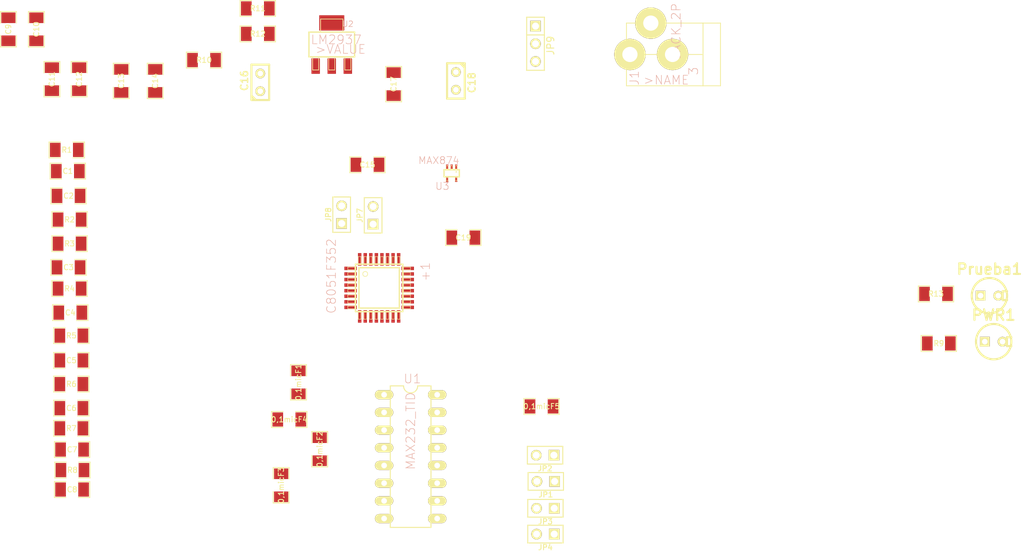
<source format=kicad_pcb>
(kicad_pcb (version 3) (host pcbnew "(2013-07-07 BZR 4022)-stable")

  (general
    (links 74)
    (no_connects 74)
    (area 0 0 0 0)
    (thickness 1.6)
    (drawings 0)
    (tracks 0)
    (zones 0)
    (modules 51)
    (nets 43)
  )

  (page A3)
  (layers
    (15 F.Cu signal)
    (0 B.Cu signal)
    (16 B.Adhes user)
    (17 F.Adhes user)
    (18 B.Paste user)
    (19 F.Paste user)
    (20 B.SilkS user)
    (21 F.SilkS user)
    (22 B.Mask user)
    (23 F.Mask user)
    (24 Dwgs.User user)
    (25 Cmts.User user)
    (26 Eco1.User user)
    (27 Eco2.User user)
    (28 Edge.Cuts user)
  )

  (setup
    (last_trace_width 0.254)
    (trace_clearance 0.254)
    (zone_clearance 0.508)
    (zone_45_only no)
    (trace_min 0.254)
    (segment_width 0.2)
    (edge_width 0.15)
    (via_size 0.889)
    (via_drill 0.635)
    (via_min_size 0.889)
    (via_min_drill 0.508)
    (uvia_size 0.508)
    (uvia_drill 0.127)
    (uvias_allowed no)
    (uvia_min_size 0.508)
    (uvia_min_drill 0.127)
    (pcb_text_width 0.3)
    (pcb_text_size 1.5 1.5)
    (mod_edge_width 0.15)
    (mod_text_size 1.5 1.5)
    (mod_text_width 0.15)
    (pad_size 1.524 1.524)
    (pad_drill 0.762)
    (pad_to_mask_clearance 0.2)
    (aux_axis_origin 0 0)
    (visible_elements FFFFFFBF)
    (pcbplotparams
      (layerselection 3178497)
      (usegerberextensions true)
      (excludeedgelayer true)
      (linewidth 0.100000)
      (plotframeref false)
      (viasonmask false)
      (mode 1)
      (useauxorigin false)
      (hpglpennumber 1)
      (hpglpenspeed 20)
      (hpglpendiameter 15)
      (hpglpenoverlay 2)
      (psnegative false)
      (psa4output false)
      (plotreference true)
      (plotvalue true)
      (plotothertext true)
      (plotinvisibletext false)
      (padsonsilk false)
      (subtractmaskfromsilk false)
      (outputformat 1)
      (mirror false)
      (drillshape 1)
      (scaleselection 1)
      (outputdirectory ""))
  )

  (net 0 "")
  (net 1 +3.3V)
  (net 2 DGND)
  (net 3 GND)
  (net 4 N-000001)
  (net 5 N-0000010)
  (net 6 N-0000011)
  (net 7 N-0000012)
  (net 8 N-0000013)
  (net 9 N-0000014)
  (net 10 N-0000015)
  (net 11 N-0000017)
  (net 12 N-0000018)
  (net 13 N-0000019)
  (net 14 N-000002)
  (net 15 N-0000020)
  (net 16 N-0000021)
  (net 17 N-0000025)
  (net 18 N-0000026)
  (net 19 N-0000027)
  (net 20 N-0000028)
  (net 21 N-0000029)
  (net 22 N-000003)
  (net 23 N-0000034)
  (net 24 N-0000036)
  (net 25 N-0000038)
  (net 26 N-0000039)
  (net 27 N-0000040)
  (net 28 N-0000045)
  (net 29 N-0000046)
  (net 30 N-0000047)
  (net 31 N-0000048)
  (net 32 N-0000049)
  (net 33 N-000005)
  (net 34 N-0000050)
  (net 35 N-0000052)
  (net 36 N-0000055)
  (net 37 N-0000056)
  (net 38 N-0000058)
  (net 39 N-000006)
  (net 40 N-0000061)
  (net 41 N-000007)
  (net 42 VDD)

  (net_class Default "This is the default net class."
    (clearance 0.254)
    (trace_width 0.254)
    (via_dia 0.889)
    (via_drill 0.635)
    (uvia_dia 0.508)
    (uvia_drill 0.127)
    (add_net "")
    (add_net +3.3V)
    (add_net DGND)
    (add_net GND)
    (add_net N-000001)
    (add_net N-0000010)
    (add_net N-0000011)
    (add_net N-0000012)
    (add_net N-0000013)
    (add_net N-0000014)
    (add_net N-0000015)
    (add_net N-0000017)
    (add_net N-0000018)
    (add_net N-0000019)
    (add_net N-000002)
    (add_net N-0000020)
    (add_net N-0000021)
    (add_net N-0000025)
    (add_net N-0000026)
    (add_net N-0000027)
    (add_net N-0000028)
    (add_net N-0000029)
    (add_net N-000003)
    (add_net N-0000034)
    (add_net N-0000036)
    (add_net N-0000038)
    (add_net N-0000039)
    (add_net N-0000040)
    (add_net N-0000045)
    (add_net N-0000046)
    (add_net N-0000047)
    (add_net N-0000048)
    (add_net N-0000049)
    (add_net N-000005)
    (add_net N-0000050)
    (add_net N-0000052)
    (add_net N-0000055)
    (add_net N-0000056)
    (add_net N-0000058)
    (add_net N-000006)
    (add_net N-0000061)
    (add_net N-000007)
    (add_net VDD)
  )

  (module SM1206 (layer F.Cu) (tedit 42806E24) (tstamp 552FDDD9)
    (at 99.4156 26.7716 270)
    (path /552C4886)
    (attr smd)
    (fp_text reference C17 (at 0 0 270) (layer F.SilkS)
      (effects (font (size 0.762 0.762) (thickness 0.127)))
    )
    (fp_text value C (at 0 0 270) (layer F.SilkS) hide
      (effects (font (size 0.762 0.762) (thickness 0.127)))
    )
    (fp_line (start -2.54 -1.143) (end -2.54 1.143) (layer F.SilkS) (width 0.127))
    (fp_line (start -2.54 1.143) (end -0.889 1.143) (layer F.SilkS) (width 0.127))
    (fp_line (start 0.889 -1.143) (end 2.54 -1.143) (layer F.SilkS) (width 0.127))
    (fp_line (start 2.54 -1.143) (end 2.54 1.143) (layer F.SilkS) (width 0.127))
    (fp_line (start 2.54 1.143) (end 0.889 1.143) (layer F.SilkS) (width 0.127))
    (fp_line (start -0.889 -1.143) (end -2.54 -1.143) (layer F.SilkS) (width 0.127))
    (pad 1 smd rect (at -1.651 0 270) (size 1.524 2.032)
      (layers F.Cu F.Paste F.Mask)
      (net 25 N-0000038)
    )
    (pad 2 smd rect (at 1.651 0 270) (size 1.524 2.032)
      (layers F.Cu F.Paste F.Mask)
      (net 3 GND)
    )
    (model smd/chip_cms.wrl
      (at (xyz 0 0 0))
      (scale (xyz 0.17 0.16 0.16))
      (rotate (xyz 0 0 0))
    )
  )

  (module SM1206 (layer F.Cu) (tedit 42806E24) (tstamp 552FDA4A)
    (at 84.4296 74.93)
    (path /5526DBBB)
    (attr smd)
    (fp_text reference 0,1micF4 (at 0 0) (layer F.SilkS)
      (effects (font (size 0.762 0.762) (thickness 0.127)))
    )
    (fp_text value C10 (at 0 0) (layer F.SilkS) hide
      (effects (font (size 0.762 0.762) (thickness 0.127)))
    )
    (fp_line (start -2.54 -1.143) (end -2.54 1.143) (layer F.SilkS) (width 0.127))
    (fp_line (start -2.54 1.143) (end -0.889 1.143) (layer F.SilkS) (width 0.127))
    (fp_line (start 0.889 -1.143) (end 2.54 -1.143) (layer F.SilkS) (width 0.127))
    (fp_line (start 2.54 -1.143) (end 2.54 1.143) (layer F.SilkS) (width 0.127))
    (fp_line (start 2.54 1.143) (end 0.889 1.143) (layer F.SilkS) (width 0.127))
    (fp_line (start -0.889 -1.143) (end -2.54 -1.143) (layer F.SilkS) (width 0.127))
    (pad 1 smd rect (at -1.651 0) (size 1.524 2.032)
      (layers F.Cu F.Paste F.Mask)
      (net 5 N-0000010)
    )
    (pad 2 smd rect (at 1.651 0) (size 1.524 2.032)
      (layers F.Cu F.Paste F.Mask)
      (net 3 GND)
    )
    (model smd/chip_cms.wrl
      (at (xyz 0 0 0))
      (scale (xyz 0.17 0.16 0.16))
      (rotate (xyz 0 0 0))
    )
  )

  (module SM1206 (layer F.Cu) (tedit 42806E24) (tstamp 552FE2F5)
    (at 83.2612 84.3788 90)
    (path /5526DE58)
    (attr smd)
    (fp_text reference 0,1micF3 (at 0 0 90) (layer F.SilkS)
      (effects (font (size 0.762 0.762) (thickness 0.127)))
    )
    (fp_text value C12 (at 0 0 90) (layer F.SilkS) hide
      (effects (font (size 0.762 0.762) (thickness 0.127)))
    )
    (fp_line (start -2.54 -1.143) (end -2.54 1.143) (layer F.SilkS) (width 0.127))
    (fp_line (start -2.54 1.143) (end -0.889 1.143) (layer F.SilkS) (width 0.127))
    (fp_line (start 0.889 -1.143) (end 2.54 -1.143) (layer F.SilkS) (width 0.127))
    (fp_line (start 2.54 -1.143) (end 2.54 1.143) (layer F.SilkS) (width 0.127))
    (fp_line (start 2.54 1.143) (end 0.889 1.143) (layer F.SilkS) (width 0.127))
    (fp_line (start -0.889 -1.143) (end -2.54 -1.143) (layer F.SilkS) (width 0.127))
    (pad 1 smd rect (at -1.651 0 90) (size 1.524 2.032)
      (layers F.Cu F.Paste F.Mask)
      (net 6 N-0000011)
    )
    (pad 2 smd rect (at 1.651 0 90) (size 1.524 2.032)
      (layers F.Cu F.Paste F.Mask)
      (net 3 GND)
    )
    (model smd/chip_cms.wrl
      (at (xyz 0 0 0))
      (scale (xyz 0.17 0.16 0.16))
      (rotate (xyz 0 0 0))
    )
  )

  (module SM1206 (layer F.Cu) (tedit 42806E24) (tstamp 552FDA62)
    (at 85.7504 69.596 270)
    (path /5526E163)
    (attr smd)
    (fp_text reference 0,1micF1 (at 0 0 270) (layer F.SilkS)
      (effects (font (size 0.762 0.762) (thickness 0.127)))
    )
    (fp_text value C8 (at 0 0 270) (layer F.SilkS) hide
      (effects (font (size 0.762 0.762) (thickness 0.127)))
    )
    (fp_line (start -2.54 -1.143) (end -2.54 1.143) (layer F.SilkS) (width 0.127))
    (fp_line (start -2.54 1.143) (end -0.889 1.143) (layer F.SilkS) (width 0.127))
    (fp_line (start 0.889 -1.143) (end 2.54 -1.143) (layer F.SilkS) (width 0.127))
    (fp_line (start 2.54 -1.143) (end 2.54 1.143) (layer F.SilkS) (width 0.127))
    (fp_line (start 2.54 1.143) (end 0.889 1.143) (layer F.SilkS) (width 0.127))
    (fp_line (start -0.889 -1.143) (end -2.54 -1.143) (layer F.SilkS) (width 0.127))
    (pad 1 smd rect (at -1.651 0 270) (size 1.524 2.032)
      (layers F.Cu F.Paste F.Mask)
      (net 19 N-0000027)
    )
    (pad 2 smd rect (at 1.651 0 270) (size 1.524 2.032)
      (layers F.Cu F.Paste F.Mask)
      (net 20 N-0000028)
    )
    (model smd/chip_cms.wrl
      (at (xyz 0 0 0))
      (scale (xyz 0.17 0.16 0.16))
      (rotate (xyz 0 0 0))
    )
  )

  (module SM1206 (layer F.Cu) (tedit 42806E24) (tstamp 552FDA6E)
    (at 177.6984 64.008)
    (path /552D4B36)
    (attr smd)
    (fp_text reference R9 (at 0 0) (layer F.SilkS)
      (effects (font (size 0.762 0.762) (thickness 0.127)))
    )
    (fp_text value 470 (at 0 0) (layer F.SilkS) hide
      (effects (font (size 0.762 0.762) (thickness 0.127)))
    )
    (fp_line (start -2.54 -1.143) (end -2.54 1.143) (layer F.SilkS) (width 0.127))
    (fp_line (start -2.54 1.143) (end -0.889 1.143) (layer F.SilkS) (width 0.127))
    (fp_line (start 0.889 -1.143) (end 2.54 -1.143) (layer F.SilkS) (width 0.127))
    (fp_line (start 2.54 -1.143) (end 2.54 1.143) (layer F.SilkS) (width 0.127))
    (fp_line (start 2.54 1.143) (end 0.889 1.143) (layer F.SilkS) (width 0.127))
    (fp_line (start -0.889 -1.143) (end -2.54 -1.143) (layer F.SilkS) (width 0.127))
    (pad 1 smd rect (at -1.651 0) (size 1.524 2.032)
      (layers F.Cu F.Paste F.Mask)
      (net 1 +3.3V)
    )
    (pad 2 smd rect (at 1.651 0) (size 1.524 2.032)
      (layers F.Cu F.Paste F.Mask)
      (net 24 N-0000036)
    )
    (model smd/chip_cms.wrl
      (at (xyz 0 0 0))
      (scale (xyz 0.17 0.16 0.16))
      (rotate (xyz 0 0 0))
    )
  )

  (module SM1206 (layer F.Cu) (tedit 42806E24) (tstamp 552FDA7A)
    (at 52.7304 53.086)
    (path /5524235B)
    (attr smd)
    (fp_text reference C3 (at 0 0) (layer F.SilkS)
      (effects (font (size 0.762 0.762) (thickness 0.127)))
    )
    (fp_text value 0,1micF (at 0 0) (layer F.SilkS) hide
      (effects (font (size 0.762 0.762) (thickness 0.127)))
    )
    (fp_line (start -2.54 -1.143) (end -2.54 1.143) (layer F.SilkS) (width 0.127))
    (fp_line (start -2.54 1.143) (end -0.889 1.143) (layer F.SilkS) (width 0.127))
    (fp_line (start 0.889 -1.143) (end 2.54 -1.143) (layer F.SilkS) (width 0.127))
    (fp_line (start 2.54 -1.143) (end 2.54 1.143) (layer F.SilkS) (width 0.127))
    (fp_line (start 2.54 1.143) (end 0.889 1.143) (layer F.SilkS) (width 0.127))
    (fp_line (start -0.889 -1.143) (end -2.54 -1.143) (layer F.SilkS) (width 0.127))
    (pad 1 smd rect (at -1.651 0) (size 1.524 2.032)
      (layers F.Cu F.Paste F.Mask)
      (net 35 N-0000052)
    )
    (pad 2 smd rect (at 1.651 0) (size 1.524 2.032)
      (layers F.Cu F.Paste F.Mask)
    )
    (model smd/chip_cms.wrl
      (at (xyz 0 0 0))
      (scale (xyz 0.17 0.16 0.16))
      (rotate (xyz 0 0 0))
    )
  )

  (module SM1206 (layer F.Cu) (tedit 42806E24) (tstamp 552FDA86)
    (at 95.6564 38.354 180)
    (path /552C6D98)
    (attr smd)
    (fp_text reference C15 (at 0 0 180) (layer F.SilkS)
      (effects (font (size 0.762 0.762) (thickness 0.127)))
    )
    (fp_text value 0,1micF (at 0 0 180) (layer F.SilkS) hide
      (effects (font (size 0.762 0.762) (thickness 0.127)))
    )
    (fp_line (start -2.54 -1.143) (end -2.54 1.143) (layer F.SilkS) (width 0.127))
    (fp_line (start -2.54 1.143) (end -0.889 1.143) (layer F.SilkS) (width 0.127))
    (fp_line (start 0.889 -1.143) (end 2.54 -1.143) (layer F.SilkS) (width 0.127))
    (fp_line (start 2.54 -1.143) (end 2.54 1.143) (layer F.SilkS) (width 0.127))
    (fp_line (start 2.54 1.143) (end 0.889 1.143) (layer F.SilkS) (width 0.127))
    (fp_line (start -0.889 -1.143) (end -2.54 -1.143) (layer F.SilkS) (width 0.127))
    (pad 1 smd rect (at -1.651 0 180) (size 1.524 2.032)
      (layers F.Cu F.Paste F.Mask)
      (net 40 N-0000061)
    )
    (pad 2 smd rect (at 1.651 0 180) (size 1.524 2.032)
      (layers F.Cu F.Paste F.Mask)
      (net 2 DGND)
    )
    (model smd/chip_cms.wrl
      (at (xyz 0 0 0))
      (scale (xyz 0.17 0.16 0.16))
      (rotate (xyz 0 0 0))
    )
  )

  (module SM1206 (layer F.Cu) (tedit 42806E24) (tstamp 552FDA92)
    (at 44.0944 18.8976 270)
    (path /552C6244)
    (attr smd)
    (fp_text reference C9 (at 0 0 270) (layer F.SilkS)
      (effects (font (size 0.762 0.762) (thickness 0.127)))
    )
    (fp_text value 0,1micF (at 0 0 270) (layer F.SilkS) hide
      (effects (font (size 0.762 0.762) (thickness 0.127)))
    )
    (fp_line (start -2.54 -1.143) (end -2.54 1.143) (layer F.SilkS) (width 0.127))
    (fp_line (start -2.54 1.143) (end -0.889 1.143) (layer F.SilkS) (width 0.127))
    (fp_line (start 0.889 -1.143) (end 2.54 -1.143) (layer F.SilkS) (width 0.127))
    (fp_line (start 2.54 -1.143) (end 2.54 1.143) (layer F.SilkS) (width 0.127))
    (fp_line (start 2.54 1.143) (end 0.889 1.143) (layer F.SilkS) (width 0.127))
    (fp_line (start -0.889 -1.143) (end -2.54 -1.143) (layer F.SilkS) (width 0.127))
    (pad 1 smd rect (at -1.651 0 270) (size 1.524 2.032)
      (layers F.Cu F.Paste F.Mask)
      (net 42 VDD)
    )
    (pad 2 smd rect (at 1.651 0 270) (size 1.524 2.032)
      (layers F.Cu F.Paste F.Mask)
      (net 3 GND)
    )
    (model smd/chip_cms.wrl
      (at (xyz 0 0 0))
      (scale (xyz 0.17 0.16 0.16))
      (rotate (xyz 0 0 0))
    )
  )

  (module SM1206 (layer F.Cu) (tedit 42806E24) (tstamp 552FDA9E)
    (at 109.4232 48.8188)
    (path /552C44E7)
    (attr smd)
    (fp_text reference C19 (at 0 0) (layer F.SilkS)
      (effects (font (size 0.762 0.762) (thickness 0.127)))
    )
    (fp_text value C (at 0 0) (layer F.SilkS) hide
      (effects (font (size 0.762 0.762) (thickness 0.127)))
    )
    (fp_line (start -2.54 -1.143) (end -2.54 1.143) (layer F.SilkS) (width 0.127))
    (fp_line (start -2.54 1.143) (end -0.889 1.143) (layer F.SilkS) (width 0.127))
    (fp_line (start 0.889 -1.143) (end 2.54 -1.143) (layer F.SilkS) (width 0.127))
    (fp_line (start 2.54 -1.143) (end 2.54 1.143) (layer F.SilkS) (width 0.127))
    (fp_line (start 2.54 1.143) (end 0.889 1.143) (layer F.SilkS) (width 0.127))
    (fp_line (start -0.889 -1.143) (end -2.54 -1.143) (layer F.SilkS) (width 0.127))
    (pad 1 smd rect (at -1.651 0) (size 1.524 2.032)
      (layers F.Cu F.Paste F.Mask)
    )
    (pad 2 smd rect (at 1.651 0) (size 1.524 2.032)
      (layers F.Cu F.Paste F.Mask)
      (net 2 DGND)
    )
    (model smd/chip_cms.wrl
      (at (xyz 0 0 0))
      (scale (xyz 0.17 0.16 0.16))
      (rotate (xyz 0 0 0))
    )
  )

  (module SM1206 (layer F.Cu) (tedit 42806E24) (tstamp 552FDAAA)
    (at 120.65 73.0504)
    (path /5526E07D)
    (attr smd)
    (fp_text reference 0,1micF5 (at 0 0) (layer F.SilkS)
      (effects (font (size 0.762 0.762) (thickness 0.127)))
    )
    (fp_text value C11 (at 0 0) (layer F.SilkS) hide
      (effects (font (size 0.762 0.762) (thickness 0.127)))
    )
    (fp_line (start -2.54 -1.143) (end -2.54 1.143) (layer F.SilkS) (width 0.127))
    (fp_line (start -2.54 1.143) (end -0.889 1.143) (layer F.SilkS) (width 0.127))
    (fp_line (start 0.889 -1.143) (end 2.54 -1.143) (layer F.SilkS) (width 0.127))
    (fp_line (start 2.54 -1.143) (end 2.54 1.143) (layer F.SilkS) (width 0.127))
    (fp_line (start 2.54 1.143) (end 0.889 1.143) (layer F.SilkS) (width 0.127))
    (fp_line (start -0.889 -1.143) (end -2.54 -1.143) (layer F.SilkS) (width 0.127))
    (pad 1 smd rect (at -1.651 0) (size 1.524 2.032)
      (layers F.Cu F.Paste F.Mask)
      (net 1 +3.3V)
    )
    (pad 2 smd rect (at 1.651 0) (size 1.524 2.032)
      (layers F.Cu F.Paste F.Mask)
      (net 3 GND)
    )
    (model smd/chip_cms.wrl
      (at (xyz 0 0 0))
      (scale (xyz 0.17 0.16 0.16))
      (rotate (xyz 0 0 0))
    )
  )

  (module SM1206 (layer F.Cu) (tedit 42806E24) (tstamp 552FDAB6)
    (at 48.1076 18.8976 270)
    (path /552C6235)
    (attr smd)
    (fp_text reference C10 (at 0 0 270) (layer F.SilkS)
      (effects (font (size 0.762 0.762) (thickness 0.127)))
    )
    (fp_text value 3,1micF (at 0 0 270) (layer F.SilkS) hide
      (effects (font (size 0.762 0.762) (thickness 0.127)))
    )
    (fp_line (start -2.54 -1.143) (end -2.54 1.143) (layer F.SilkS) (width 0.127))
    (fp_line (start -2.54 1.143) (end -0.889 1.143) (layer F.SilkS) (width 0.127))
    (fp_line (start 0.889 -1.143) (end 2.54 -1.143) (layer F.SilkS) (width 0.127))
    (fp_line (start 2.54 -1.143) (end 2.54 1.143) (layer F.SilkS) (width 0.127))
    (fp_line (start 2.54 1.143) (end 0.889 1.143) (layer F.SilkS) (width 0.127))
    (fp_line (start -0.889 -1.143) (end -2.54 -1.143) (layer F.SilkS) (width 0.127))
    (pad 1 smd rect (at -1.651 0 270) (size 1.524 2.032)
      (layers F.Cu F.Paste F.Mask)
      (net 42 VDD)
    )
    (pad 2 smd rect (at 1.651 0 270) (size 1.524 2.032)
      (layers F.Cu F.Paste F.Mask)
      (net 3 GND)
    )
    (model smd/chip_cms.wrl
      (at (xyz 0 0 0))
      (scale (xyz 0.17 0.16 0.16))
      (rotate (xyz 0 0 0))
    )
  )

  (module SM1206 (layer F.Cu) (tedit 42806E24) (tstamp 552FDAC2)
    (at 50.3428 26.0604 270)
    (path /552C5E39)
    (attr smd)
    (fp_text reference C11 (at 0 0 270) (layer F.SilkS)
      (effects (font (size 0.762 0.762) (thickness 0.127)))
    )
    (fp_text value 1micF (at 0 0 270) (layer F.SilkS) hide
      (effects (font (size 0.762 0.762) (thickness 0.127)))
    )
    (fp_line (start -2.54 -1.143) (end -2.54 1.143) (layer F.SilkS) (width 0.127))
    (fp_line (start -2.54 1.143) (end -0.889 1.143) (layer F.SilkS) (width 0.127))
    (fp_line (start 0.889 -1.143) (end 2.54 -1.143) (layer F.SilkS) (width 0.127))
    (fp_line (start 2.54 -1.143) (end 2.54 1.143) (layer F.SilkS) (width 0.127))
    (fp_line (start 2.54 1.143) (end 0.889 1.143) (layer F.SilkS) (width 0.127))
    (fp_line (start -0.889 -1.143) (end -2.54 -1.143) (layer F.SilkS) (width 0.127))
    (pad 1 smd rect (at -1.651 0 270) (size 1.524 2.032)
      (layers F.Cu F.Paste F.Mask)
      (net 42 VDD)
    )
    (pad 2 smd rect (at 1.651 0 270) (size 1.524 2.032)
      (layers F.Cu F.Paste F.Mask)
      (net 3 GND)
    )
    (model smd/chip_cms.wrl
      (at (xyz 0 0 0))
      (scale (xyz 0.17 0.16 0.16))
      (rotate (xyz 0 0 0))
    )
  )

  (module SM1206 (layer F.Cu) (tedit 42806E24) (tstamp 552FDACE)
    (at 72.1868 23.3172)
    (path /552C5247)
    (attr smd)
    (fp_text reference R10 (at 0 0) (layer F.SilkS)
      (effects (font (size 0.762 0.762) (thickness 0.127)))
    )
    (fp_text value 2.0 (at 0 0) (layer F.SilkS) hide
      (effects (font (size 0.762 0.762) (thickness 0.127)))
    )
    (fp_line (start -2.54 -1.143) (end -2.54 1.143) (layer F.SilkS) (width 0.127))
    (fp_line (start -2.54 1.143) (end -0.889 1.143) (layer F.SilkS) (width 0.127))
    (fp_line (start 0.889 -1.143) (end 2.54 -1.143) (layer F.SilkS) (width 0.127))
    (fp_line (start 2.54 -1.143) (end 2.54 1.143) (layer F.SilkS) (width 0.127))
    (fp_line (start 2.54 1.143) (end 0.889 1.143) (layer F.SilkS) (width 0.127))
    (fp_line (start -0.889 -1.143) (end -2.54 -1.143) (layer F.SilkS) (width 0.127))
    (pad 1 smd rect (at -1.651 0) (size 1.524 2.032)
      (layers F.Cu F.Paste F.Mask)
      (net 1 +3.3V)
    )
    (pad 2 smd rect (at 1.651 0) (size 1.524 2.032)
      (layers F.Cu F.Paste F.Mask)
      (net 27 N-0000040)
    )
    (model smd/chip_cms.wrl
      (at (xyz 0 0 0))
      (scale (xyz 0.17 0.16 0.16))
      (rotate (xyz 0 0 0))
    )
  )

  (module SM1206 (layer F.Cu) (tedit 42806E24) (tstamp 552FDADA)
    (at 79.9084 19.558)
    (path /552C5256)
    (attr smd)
    (fp_text reference R12 (at 0 0) (layer F.SilkS)
      (effects (font (size 0.762 0.762) (thickness 0.127)))
    )
    (fp_text value 2.0 (at 0 0) (layer F.SilkS) hide
      (effects (font (size 0.762 0.762) (thickness 0.127)))
    )
    (fp_line (start -2.54 -1.143) (end -2.54 1.143) (layer F.SilkS) (width 0.127))
    (fp_line (start -2.54 1.143) (end -0.889 1.143) (layer F.SilkS) (width 0.127))
    (fp_line (start 0.889 -1.143) (end 2.54 -1.143) (layer F.SilkS) (width 0.127))
    (fp_line (start 2.54 -1.143) (end 2.54 1.143) (layer F.SilkS) (width 0.127))
    (fp_line (start 2.54 1.143) (end 0.889 1.143) (layer F.SilkS) (width 0.127))
    (fp_line (start -0.889 -1.143) (end -2.54 -1.143) (layer F.SilkS) (width 0.127))
    (pad 1 smd rect (at -1.651 0) (size 1.524 2.032)
      (layers F.Cu F.Paste F.Mask)
      (net 42 VDD)
    )
    (pad 2 smd rect (at 1.651 0) (size 1.524 2.032)
      (layers F.Cu F.Paste F.Mask)
      (net 27 N-0000040)
    )
    (model smd/chip_cms.wrl
      (at (xyz 0 0 0))
      (scale (xyz 0.17 0.16 0.16))
      (rotate (xyz 0 0 0))
    )
  )

  (module SM1206 (layer F.Cu) (tedit 42806E24) (tstamp 552FDAE6)
    (at 79.9084 15.9004)
    (path /552C5265)
    (attr smd)
    (fp_text reference R11 (at 0 0) (layer F.SilkS)
      (effects (font (size 0.762 0.762) (thickness 0.127)))
    )
    (fp_text value 2.0 (at 0 0) (layer F.SilkS) hide
      (effects (font (size 0.762 0.762) (thickness 0.127)))
    )
    (fp_line (start -2.54 -1.143) (end -2.54 1.143) (layer F.SilkS) (width 0.127))
    (fp_line (start -2.54 1.143) (end -0.889 1.143) (layer F.SilkS) (width 0.127))
    (fp_line (start 0.889 -1.143) (end 2.54 -1.143) (layer F.SilkS) (width 0.127))
    (fp_line (start 2.54 -1.143) (end 2.54 1.143) (layer F.SilkS) (width 0.127))
    (fp_line (start 2.54 1.143) (end 0.889 1.143) (layer F.SilkS) (width 0.127))
    (fp_line (start -0.889 -1.143) (end -2.54 -1.143) (layer F.SilkS) (width 0.127))
    (pad 1 smd rect (at -1.651 0) (size 1.524 2.032)
      (layers F.Cu F.Paste F.Mask)
      (net 42 VDD)
    )
    (pad 2 smd rect (at 1.651 0) (size 1.524 2.032)
      (layers F.Cu F.Paste F.Mask)
      (net 27 N-0000040)
    )
    (model smd/chip_cms.wrl
      (at (xyz 0 0 0))
      (scale (xyz 0.17 0.16 0.16))
      (rotate (xyz 0 0 0))
    )
  )

  (module SM1206 (layer F.Cu) (tedit 42806E24) (tstamp 552FDAF2)
    (at 65.1764 26.3144 270)
    (path /552C560E)
    (attr smd)
    (fp_text reference C14 (at 0 0 270) (layer F.SilkS)
      (effects (font (size 0.762 0.762) (thickness 0.127)))
    )
    (fp_text value 0,1micF (at 0 0 270) (layer F.SilkS) hide
      (effects (font (size 0.762 0.762) (thickness 0.127)))
    )
    (fp_line (start -2.54 -1.143) (end -2.54 1.143) (layer F.SilkS) (width 0.127))
    (fp_line (start -2.54 1.143) (end -0.889 1.143) (layer F.SilkS) (width 0.127))
    (fp_line (start 0.889 -1.143) (end 2.54 -1.143) (layer F.SilkS) (width 0.127))
    (fp_line (start 2.54 -1.143) (end 2.54 1.143) (layer F.SilkS) (width 0.127))
    (fp_line (start 2.54 1.143) (end 0.889 1.143) (layer F.SilkS) (width 0.127))
    (fp_line (start -0.889 -1.143) (end -2.54 -1.143) (layer F.SilkS) (width 0.127))
    (pad 1 smd rect (at -1.651 0 270) (size 1.524 2.032)
      (layers F.Cu F.Paste F.Mask)
      (net 1 +3.3V)
    )
    (pad 2 smd rect (at 1.651 0 270) (size 1.524 2.032)
      (layers F.Cu F.Paste F.Mask)
      (net 3 GND)
    )
    (model smd/chip_cms.wrl
      (at (xyz 0 0 0))
      (scale (xyz 0.17 0.16 0.16))
      (rotate (xyz 0 0 0))
    )
  )

  (module SM1206 (layer F.Cu) (tedit 42806E24) (tstamp 552FDAFE)
    (at 60.2996 26.3144 270)
    (path /552C5629)
    (attr smd)
    (fp_text reference C13 (at 0 0 270) (layer F.SilkS)
      (effects (font (size 0.762 0.762) (thickness 0.127)))
    )
    (fp_text value 0,1micF (at 0 0 270) (layer F.SilkS) hide
      (effects (font (size 0.762 0.762) (thickness 0.127)))
    )
    (fp_line (start -2.54 -1.143) (end -2.54 1.143) (layer F.SilkS) (width 0.127))
    (fp_line (start -2.54 1.143) (end -0.889 1.143) (layer F.SilkS) (width 0.127))
    (fp_line (start 0.889 -1.143) (end 2.54 -1.143) (layer F.SilkS) (width 0.127))
    (fp_line (start 2.54 -1.143) (end 2.54 1.143) (layer F.SilkS) (width 0.127))
    (fp_line (start 2.54 1.143) (end 0.889 1.143) (layer F.SilkS) (width 0.127))
    (fp_line (start -0.889 -1.143) (end -2.54 -1.143) (layer F.SilkS) (width 0.127))
    (pad 1 smd rect (at -1.651 0 270) (size 1.524 2.032)
      (layers F.Cu F.Paste F.Mask)
      (net 1 +3.3V)
    )
    (pad 2 smd rect (at 1.651 0 270) (size 1.524 2.032)
      (layers F.Cu F.Paste F.Mask)
      (net 3 GND)
    )
    (model smd/chip_cms.wrl
      (at (xyz 0 0 0))
      (scale (xyz 0.17 0.16 0.16))
      (rotate (xyz 0 0 0))
    )
  )

  (module SM1206 (layer F.Cu) (tedit 42806E24) (tstamp 552FDB0A)
    (at 54.2544 26.0604 270)
    (path /552C5E2A)
    (attr smd)
    (fp_text reference C12 (at 0 0 270) (layer F.SilkS)
      (effects (font (size 0.762 0.762) (thickness 0.127)))
    )
    (fp_text value 0,1micF (at 0 0 270) (layer F.SilkS) hide
      (effects (font (size 0.762 0.762) (thickness 0.127)))
    )
    (fp_line (start -2.54 -1.143) (end -2.54 1.143) (layer F.SilkS) (width 0.127))
    (fp_line (start -2.54 1.143) (end -0.889 1.143) (layer F.SilkS) (width 0.127))
    (fp_line (start 0.889 -1.143) (end 2.54 -1.143) (layer F.SilkS) (width 0.127))
    (fp_line (start 2.54 -1.143) (end 2.54 1.143) (layer F.SilkS) (width 0.127))
    (fp_line (start 2.54 1.143) (end 0.889 1.143) (layer F.SilkS) (width 0.127))
    (fp_line (start -0.889 -1.143) (end -2.54 -1.143) (layer F.SilkS) (width 0.127))
    (pad 1 smd rect (at -1.651 0 270) (size 1.524 2.032)
      (layers F.Cu F.Paste F.Mask)
      (net 42 VDD)
    )
    (pad 2 smd rect (at 1.651 0 270) (size 1.524 2.032)
      (layers F.Cu F.Paste F.Mask)
      (net 3 GND)
    )
    (model smd/chip_cms.wrl
      (at (xyz 0 0 0))
      (scale (xyz 0.17 0.16 0.16))
      (rotate (xyz 0 0 0))
    )
  )

  (module SM1206 (layer F.Cu) (tedit 42806E24) (tstamp 552FDB16)
    (at 88.7984 79.1972 270)
    (path /5526D3CB)
    (attr smd)
    (fp_text reference 0,1micF2 (at 0 0 270) (layer F.SilkS)
      (effects (font (size 0.762 0.762) (thickness 0.127)))
    )
    (fp_text value C9 (at 0 0 270) (layer F.SilkS) hide
      (effects (font (size 0.762 0.762) (thickness 0.127)))
    )
    (fp_line (start -2.54 -1.143) (end -2.54 1.143) (layer F.SilkS) (width 0.127))
    (fp_line (start -2.54 1.143) (end -0.889 1.143) (layer F.SilkS) (width 0.127))
    (fp_line (start 0.889 -1.143) (end 2.54 -1.143) (layer F.SilkS) (width 0.127))
    (fp_line (start 2.54 -1.143) (end 2.54 1.143) (layer F.SilkS) (width 0.127))
    (fp_line (start 2.54 1.143) (end 0.889 1.143) (layer F.SilkS) (width 0.127))
    (fp_line (start -0.889 -1.143) (end -2.54 -1.143) (layer F.SilkS) (width 0.127))
    (pad 1 smd rect (at -1.651 0 270) (size 1.524 2.032)
      (layers F.Cu F.Paste F.Mask)
      (net 18 N-0000026)
    )
    (pad 2 smd rect (at 1.651 0 270) (size 1.524 2.032)
      (layers F.Cu F.Paste F.Mask)
      (net 17 N-0000025)
    )
    (model smd/chip_cms.wrl
      (at (xyz 0 0 0))
      (scale (xyz 0.17 0.16 0.16))
      (rotate (xyz 0 0 0))
    )
  )

  (module SM1206 (layer F.Cu) (tedit 42806E24) (tstamp 552FDB22)
    (at 52.8828 49.6824)
    (path /5524249A)
    (attr smd)
    (fp_text reference R3 (at 0 0) (layer F.SilkS)
      (effects (font (size 0.762 0.762) (thickness 0.127)))
    )
    (fp_text value 100ohm (at 0 0) (layer F.SilkS) hide
      (effects (font (size 0.762 0.762) (thickness 0.127)))
    )
    (fp_line (start -2.54 -1.143) (end -2.54 1.143) (layer F.SilkS) (width 0.127))
    (fp_line (start -2.54 1.143) (end -0.889 1.143) (layer F.SilkS) (width 0.127))
    (fp_line (start 0.889 -1.143) (end 2.54 -1.143) (layer F.SilkS) (width 0.127))
    (fp_line (start 2.54 -1.143) (end 2.54 1.143) (layer F.SilkS) (width 0.127))
    (fp_line (start 2.54 1.143) (end 0.889 1.143) (layer F.SilkS) (width 0.127))
    (fp_line (start -0.889 -1.143) (end -2.54 -1.143) (layer F.SilkS) (width 0.127))
    (pad 1 smd rect (at -1.651 0) (size 1.524 2.032)
      (layers F.Cu F.Paste F.Mask)
      (net 35 N-0000052)
    )
    (pad 2 smd rect (at 1.651 0) (size 1.524 2.032)
      (layers F.Cu F.Paste F.Mask)
      (net 33 N-000005)
    )
    (model smd/chip_cms.wrl
      (at (xyz 0 0 0))
      (scale (xyz 0.17 0.16 0.16))
      (rotate (xyz 0 0 0))
    )
  )

  (module SM1206 (layer F.Cu) (tedit 42806E24) (tstamp 552FDB2E)
    (at 52.7304 42.8244)
    (path /55242560)
    (attr smd)
    (fp_text reference C2 (at 0 0) (layer F.SilkS)
      (effects (font (size 0.762 0.762) (thickness 0.127)))
    )
    (fp_text value 0,1micF (at 0 0) (layer F.SilkS) hide
      (effects (font (size 0.762 0.762) (thickness 0.127)))
    )
    (fp_line (start -2.54 -1.143) (end -2.54 1.143) (layer F.SilkS) (width 0.127))
    (fp_line (start -2.54 1.143) (end -0.889 1.143) (layer F.SilkS) (width 0.127))
    (fp_line (start 0.889 -1.143) (end 2.54 -1.143) (layer F.SilkS) (width 0.127))
    (fp_line (start 2.54 -1.143) (end 2.54 1.143) (layer F.SilkS) (width 0.127))
    (fp_line (start 2.54 1.143) (end 0.889 1.143) (layer F.SilkS) (width 0.127))
    (fp_line (start -0.889 -1.143) (end -2.54 -1.143) (layer F.SilkS) (width 0.127))
    (pad 1 smd rect (at -1.651 0) (size 1.524 2.032)
      (layers F.Cu F.Paste F.Mask)
      (net 34 N-0000050)
    )
    (pad 2 smd rect (at 1.651 0) (size 1.524 2.032)
      (layers F.Cu F.Paste F.Mask)
      (net 2 DGND)
    )
    (model smd/chip_cms.wrl
      (at (xyz 0 0 0))
      (scale (xyz 0.17 0.16 0.16))
      (rotate (xyz 0 0 0))
    )
  )

  (module SM1206 (layer F.Cu) (tedit 42806E24) (tstamp 552FDB3A)
    (at 52.8828 46.228)
    (path /55242566)
    (attr smd)
    (fp_text reference R2 (at 0 0) (layer F.SilkS)
      (effects (font (size 0.762 0.762) (thickness 0.127)))
    )
    (fp_text value 100ohm (at 0 0) (layer F.SilkS) hide
      (effects (font (size 0.762 0.762) (thickness 0.127)))
    )
    (fp_line (start -2.54 -1.143) (end -2.54 1.143) (layer F.SilkS) (width 0.127))
    (fp_line (start -2.54 1.143) (end -0.889 1.143) (layer F.SilkS) (width 0.127))
    (fp_line (start 0.889 -1.143) (end 2.54 -1.143) (layer F.SilkS) (width 0.127))
    (fp_line (start 2.54 -1.143) (end 2.54 1.143) (layer F.SilkS) (width 0.127))
    (fp_line (start 2.54 1.143) (end 0.889 1.143) (layer F.SilkS) (width 0.127))
    (fp_line (start -0.889 -1.143) (end -2.54 -1.143) (layer F.SilkS) (width 0.127))
    (pad 1 smd rect (at -1.651 0) (size 1.524 2.032)
      (layers F.Cu F.Paste F.Mask)
      (net 34 N-0000050)
    )
    (pad 2 smd rect (at 1.651 0) (size 1.524 2.032)
      (layers F.Cu F.Paste F.Mask)
      (net 32 N-0000049)
    )
    (model smd/chip_cms.wrl
      (at (xyz 0 0 0))
      (scale (xyz 0.17 0.16 0.16))
      (rotate (xyz 0 0 0))
    )
  )

  (module SM1206 (layer F.Cu) (tedit 42806E24) (tstamp 552FDB46)
    (at 52.6288 39.2684)
    (path /55242576)
    (attr smd)
    (fp_text reference C1 (at 0 0) (layer F.SilkS)
      (effects (font (size 0.762 0.762) (thickness 0.127)))
    )
    (fp_text value 0,1micF (at 0 0) (layer F.SilkS) hide
      (effects (font (size 0.762 0.762) (thickness 0.127)))
    )
    (fp_line (start -2.54 -1.143) (end -2.54 1.143) (layer F.SilkS) (width 0.127))
    (fp_line (start -2.54 1.143) (end -0.889 1.143) (layer F.SilkS) (width 0.127))
    (fp_line (start 0.889 -1.143) (end 2.54 -1.143) (layer F.SilkS) (width 0.127))
    (fp_line (start 2.54 -1.143) (end 2.54 1.143) (layer F.SilkS) (width 0.127))
    (fp_line (start 2.54 1.143) (end 0.889 1.143) (layer F.SilkS) (width 0.127))
    (fp_line (start -0.889 -1.143) (end -2.54 -1.143) (layer F.SilkS) (width 0.127))
    (pad 1 smd rect (at -1.651 0) (size 1.524 2.032)
      (layers F.Cu F.Paste F.Mask)
      (net 30 N-0000047)
    )
    (pad 2 smd rect (at 1.651 0) (size 1.524 2.032)
      (layers F.Cu F.Paste F.Mask)
      (net 2 DGND)
    )
    (model smd/chip_cms.wrl
      (at (xyz 0 0 0))
      (scale (xyz 0.17 0.16 0.16))
      (rotate (xyz 0 0 0))
    )
  )

  (module SM1206 (layer F.Cu) (tedit 42806E24) (tstamp 552FDB52)
    (at 52.4764 36.2204)
    (path /5524257C)
    (attr smd)
    (fp_text reference R1 (at 0 0) (layer F.SilkS)
      (effects (font (size 0.762 0.762) (thickness 0.127)))
    )
    (fp_text value 100ohm (at 0 0) (layer F.SilkS) hide
      (effects (font (size 0.762 0.762) (thickness 0.127)))
    )
    (fp_line (start -2.54 -1.143) (end -2.54 1.143) (layer F.SilkS) (width 0.127))
    (fp_line (start -2.54 1.143) (end -0.889 1.143) (layer F.SilkS) (width 0.127))
    (fp_line (start 0.889 -1.143) (end 2.54 -1.143) (layer F.SilkS) (width 0.127))
    (fp_line (start 2.54 -1.143) (end 2.54 1.143) (layer F.SilkS) (width 0.127))
    (fp_line (start 2.54 1.143) (end 0.889 1.143) (layer F.SilkS) (width 0.127))
    (fp_line (start -0.889 -1.143) (end -2.54 -1.143) (layer F.SilkS) (width 0.127))
    (pad 1 smd rect (at -1.651 0) (size 1.524 2.032)
      (layers F.Cu F.Paste F.Mask)
      (net 30 N-0000047)
    )
    (pad 2 smd rect (at 1.651 0) (size 1.524 2.032)
      (layers F.Cu F.Paste F.Mask)
      (net 29 N-0000046)
    )
    (model smd/chip_cms.wrl
      (at (xyz 0 0 0))
      (scale (xyz 0.17 0.16 0.16))
      (rotate (xyz 0 0 0))
    )
  )

  (module SM1206 (layer F.Cu) (tedit 42806E24) (tstamp 552FDB5E)
    (at 52.9844 59.5884)
    (path /5524258C)
    (attr smd)
    (fp_text reference C4 (at 0 0) (layer F.SilkS)
      (effects (font (size 0.762 0.762) (thickness 0.127)))
    )
    (fp_text value 0,1micF (at 0 0) (layer F.SilkS) hide
      (effects (font (size 0.762 0.762) (thickness 0.127)))
    )
    (fp_line (start -2.54 -1.143) (end -2.54 1.143) (layer F.SilkS) (width 0.127))
    (fp_line (start -2.54 1.143) (end -0.889 1.143) (layer F.SilkS) (width 0.127))
    (fp_line (start 0.889 -1.143) (end 2.54 -1.143) (layer F.SilkS) (width 0.127))
    (fp_line (start 2.54 -1.143) (end 2.54 1.143) (layer F.SilkS) (width 0.127))
    (fp_line (start 2.54 1.143) (end 0.889 1.143) (layer F.SilkS) (width 0.127))
    (fp_line (start -0.889 -1.143) (end -2.54 -1.143) (layer F.SilkS) (width 0.127))
    (pad 1 smd rect (at -1.651 0) (size 1.524 2.032)
      (layers F.Cu F.Paste F.Mask)
      (net 28 N-0000045)
    )
    (pad 2 smd rect (at 1.651 0) (size 1.524 2.032)
      (layers F.Cu F.Paste F.Mask)
    )
    (model smd/chip_cms.wrl
      (at (xyz 0 0 0))
      (scale (xyz 0.17 0.16 0.16))
      (rotate (xyz 0 0 0))
    )
  )

  (module SM1206 (layer F.Cu) (tedit 42806E24) (tstamp 552FDB6A)
    (at 52.8828 56.134)
    (path /55242592)
    (attr smd)
    (fp_text reference R4 (at 0 0) (layer F.SilkS)
      (effects (font (size 0.762 0.762) (thickness 0.127)))
    )
    (fp_text value 100ohm (at 0 0) (layer F.SilkS) hide
      (effects (font (size 0.762 0.762) (thickness 0.127)))
    )
    (fp_line (start -2.54 -1.143) (end -2.54 1.143) (layer F.SilkS) (width 0.127))
    (fp_line (start -2.54 1.143) (end -0.889 1.143) (layer F.SilkS) (width 0.127))
    (fp_line (start 0.889 -1.143) (end 2.54 -1.143) (layer F.SilkS) (width 0.127))
    (fp_line (start 2.54 -1.143) (end 2.54 1.143) (layer F.SilkS) (width 0.127))
    (fp_line (start 2.54 1.143) (end 0.889 1.143) (layer F.SilkS) (width 0.127))
    (fp_line (start -0.889 -1.143) (end -2.54 -1.143) (layer F.SilkS) (width 0.127))
    (pad 1 smd rect (at -1.651 0) (size 1.524 2.032)
      (layers F.Cu F.Paste F.Mask)
      (net 28 N-0000045)
    )
    (pad 2 smd rect (at 1.651 0) (size 1.524 2.032)
      (layers F.Cu F.Paste F.Mask)
      (net 16 N-0000021)
    )
    (model smd/chip_cms.wrl
      (at (xyz 0 0 0))
      (scale (xyz 0.17 0.16 0.16))
      (rotate (xyz 0 0 0))
    )
  )

  (module SM1206 (layer F.Cu) (tedit 42806E24) (tstamp 552FDB76)
    (at 53.1368 66.4464)
    (path /552425AE)
    (attr smd)
    (fp_text reference C5 (at 0 0) (layer F.SilkS)
      (effects (font (size 0.762 0.762) (thickness 0.127)))
    )
    (fp_text value 0,1micF (at 0 0) (layer F.SilkS) hide
      (effects (font (size 0.762 0.762) (thickness 0.127)))
    )
    (fp_line (start -2.54 -1.143) (end -2.54 1.143) (layer F.SilkS) (width 0.127))
    (fp_line (start -2.54 1.143) (end -0.889 1.143) (layer F.SilkS) (width 0.127))
    (fp_line (start 0.889 -1.143) (end 2.54 -1.143) (layer F.SilkS) (width 0.127))
    (fp_line (start 2.54 -1.143) (end 2.54 1.143) (layer F.SilkS) (width 0.127))
    (fp_line (start 2.54 1.143) (end 0.889 1.143) (layer F.SilkS) (width 0.127))
    (fp_line (start -0.889 -1.143) (end -2.54 -1.143) (layer F.SilkS) (width 0.127))
    (pad 1 smd rect (at -1.651 0) (size 1.524 2.032)
      (layers F.Cu F.Paste F.Mask)
      (net 31 N-0000048)
    )
    (pad 2 smd rect (at 1.651 0) (size 1.524 2.032)
      (layers F.Cu F.Paste F.Mask)
    )
    (model smd/chip_cms.wrl
      (at (xyz 0 0 0))
      (scale (xyz 0.17 0.16 0.16))
      (rotate (xyz 0 0 0))
    )
  )

  (module SM1206 (layer F.Cu) (tedit 42806E24) (tstamp 552FDB82)
    (at 53.1368 62.8904)
    (path /552425B4)
    (attr smd)
    (fp_text reference R5 (at 0 0) (layer F.SilkS)
      (effects (font (size 0.762 0.762) (thickness 0.127)))
    )
    (fp_text value 100ohm (at 0 0) (layer F.SilkS) hide
      (effects (font (size 0.762 0.762) (thickness 0.127)))
    )
    (fp_line (start -2.54 -1.143) (end -2.54 1.143) (layer F.SilkS) (width 0.127))
    (fp_line (start -2.54 1.143) (end -0.889 1.143) (layer F.SilkS) (width 0.127))
    (fp_line (start 0.889 -1.143) (end 2.54 -1.143) (layer F.SilkS) (width 0.127))
    (fp_line (start 2.54 -1.143) (end 2.54 1.143) (layer F.SilkS) (width 0.127))
    (fp_line (start 2.54 1.143) (end 0.889 1.143) (layer F.SilkS) (width 0.127))
    (fp_line (start -0.889 -1.143) (end -2.54 -1.143) (layer F.SilkS) (width 0.127))
    (pad 1 smd rect (at -1.651 0) (size 1.524 2.032)
      (layers F.Cu F.Paste F.Mask)
      (net 31 N-0000048)
    )
    (pad 2 smd rect (at 1.651 0) (size 1.524 2.032)
      (layers F.Cu F.Paste F.Mask)
      (net 15 N-0000020)
    )
    (model smd/chip_cms.wrl
      (at (xyz 0 0 0))
      (scale (xyz 0.17 0.16 0.16))
      (rotate (xyz 0 0 0))
    )
  )

  (module SM1206 (layer F.Cu) (tedit 42806E24) (tstamp 552FDB8E)
    (at 53.1368 73.3044)
    (path /552425C4)
    (attr smd)
    (fp_text reference C6 (at 0 0) (layer F.SilkS)
      (effects (font (size 0.762 0.762) (thickness 0.127)))
    )
    (fp_text value 0,1micF (at 0 0) (layer F.SilkS) hide
      (effects (font (size 0.762 0.762) (thickness 0.127)))
    )
    (fp_line (start -2.54 -1.143) (end -2.54 1.143) (layer F.SilkS) (width 0.127))
    (fp_line (start -2.54 1.143) (end -0.889 1.143) (layer F.SilkS) (width 0.127))
    (fp_line (start 0.889 -1.143) (end 2.54 -1.143) (layer F.SilkS) (width 0.127))
    (fp_line (start 2.54 -1.143) (end 2.54 1.143) (layer F.SilkS) (width 0.127))
    (fp_line (start 2.54 1.143) (end 0.889 1.143) (layer F.SilkS) (width 0.127))
    (fp_line (start -0.889 -1.143) (end -2.54 -1.143) (layer F.SilkS) (width 0.127))
    (pad 1 smd rect (at -1.651 0) (size 1.524 2.032)
      (layers F.Cu F.Paste F.Mask)
      (net 38 N-0000058)
    )
    (pad 2 smd rect (at 1.651 0) (size 1.524 2.032)
      (layers F.Cu F.Paste F.Mask)
    )
    (model smd/chip_cms.wrl
      (at (xyz 0 0 0))
      (scale (xyz 0.17 0.16 0.16))
      (rotate (xyz 0 0 0))
    )
  )

  (module SM1206 (layer F.Cu) (tedit 42806E24) (tstamp 552FDB9A)
    (at 53.1368 69.85)
    (path /552425CA)
    (attr smd)
    (fp_text reference R6 (at 0 0) (layer F.SilkS)
      (effects (font (size 0.762 0.762) (thickness 0.127)))
    )
    (fp_text value 100ohm (at 0 0) (layer F.SilkS) hide
      (effects (font (size 0.762 0.762) (thickness 0.127)))
    )
    (fp_line (start -2.54 -1.143) (end -2.54 1.143) (layer F.SilkS) (width 0.127))
    (fp_line (start -2.54 1.143) (end -0.889 1.143) (layer F.SilkS) (width 0.127))
    (fp_line (start 0.889 -1.143) (end 2.54 -1.143) (layer F.SilkS) (width 0.127))
    (fp_line (start 2.54 -1.143) (end 2.54 1.143) (layer F.SilkS) (width 0.127))
    (fp_line (start 2.54 1.143) (end 0.889 1.143) (layer F.SilkS) (width 0.127))
    (fp_line (start -0.889 -1.143) (end -2.54 -1.143) (layer F.SilkS) (width 0.127))
    (pad 1 smd rect (at -1.651 0) (size 1.524 2.032)
      (layers F.Cu F.Paste F.Mask)
      (net 38 N-0000058)
    )
    (pad 2 smd rect (at 1.651 0) (size 1.524 2.032)
      (layers F.Cu F.Paste F.Mask)
      (net 13 N-0000019)
    )
    (model smd/chip_cms.wrl
      (at (xyz 0 0 0))
      (scale (xyz 0.17 0.16 0.16))
      (rotate (xyz 0 0 0))
    )
  )

  (module SM1206 (layer F.Cu) (tedit 42806E24) (tstamp 552FDBA6)
    (at 53.2384 79.248)
    (path /552426B8)
    (attr smd)
    (fp_text reference C7 (at 0 0) (layer F.SilkS)
      (effects (font (size 0.762 0.762) (thickness 0.127)))
    )
    (fp_text value 0,1micF (at 0 0) (layer F.SilkS) hide
      (effects (font (size 0.762 0.762) (thickness 0.127)))
    )
    (fp_line (start -2.54 -1.143) (end -2.54 1.143) (layer F.SilkS) (width 0.127))
    (fp_line (start -2.54 1.143) (end -0.889 1.143) (layer F.SilkS) (width 0.127))
    (fp_line (start 0.889 -1.143) (end 2.54 -1.143) (layer F.SilkS) (width 0.127))
    (fp_line (start 2.54 -1.143) (end 2.54 1.143) (layer F.SilkS) (width 0.127))
    (fp_line (start 2.54 1.143) (end 0.889 1.143) (layer F.SilkS) (width 0.127))
    (fp_line (start -0.889 -1.143) (end -2.54 -1.143) (layer F.SilkS) (width 0.127))
    (pad 1 smd rect (at -1.651 0) (size 1.524 2.032)
      (layers F.Cu F.Paste F.Mask)
      (net 37 N-0000056)
    )
    (pad 2 smd rect (at 1.651 0) (size 1.524 2.032)
      (layers F.Cu F.Paste F.Mask)
    )
    (model smd/chip_cms.wrl
      (at (xyz 0 0 0))
      (scale (xyz 0.17 0.16 0.16))
      (rotate (xyz 0 0 0))
    )
  )

  (module SM1206 (layer F.Cu) (tedit 42806E24) (tstamp 552FDBB2)
    (at 53.1368 76.2)
    (path /552426BE)
    (attr smd)
    (fp_text reference R7 (at 0 0) (layer F.SilkS)
      (effects (font (size 0.762 0.762) (thickness 0.127)))
    )
    (fp_text value 100ohm (at 0 0) (layer F.SilkS) hide
      (effects (font (size 0.762 0.762) (thickness 0.127)))
    )
    (fp_line (start -2.54 -1.143) (end -2.54 1.143) (layer F.SilkS) (width 0.127))
    (fp_line (start -2.54 1.143) (end -0.889 1.143) (layer F.SilkS) (width 0.127))
    (fp_line (start 0.889 -1.143) (end 2.54 -1.143) (layer F.SilkS) (width 0.127))
    (fp_line (start 2.54 -1.143) (end 2.54 1.143) (layer F.SilkS) (width 0.127))
    (fp_line (start 2.54 1.143) (end 0.889 1.143) (layer F.SilkS) (width 0.127))
    (fp_line (start -0.889 -1.143) (end -2.54 -1.143) (layer F.SilkS) (width 0.127))
    (pad 1 smd rect (at -1.651 0) (size 1.524 2.032)
      (layers F.Cu F.Paste F.Mask)
      (net 37 N-0000056)
    )
    (pad 2 smd rect (at 1.651 0) (size 1.524 2.032)
      (layers F.Cu F.Paste F.Mask)
      (net 39 N-000006)
    )
    (model smd/chip_cms.wrl
      (at (xyz 0 0 0))
      (scale (xyz 0.17 0.16 0.16))
      (rotate (xyz 0 0 0))
    )
  )

  (module SM1206 (layer F.Cu) (tedit 42806E24) (tstamp 552FDBBE)
    (at 53.2384 84.9884)
    (path /552426CD)
    (attr smd)
    (fp_text reference C8 (at 0 0) (layer F.SilkS)
      (effects (font (size 0.762 0.762) (thickness 0.127)))
    )
    (fp_text value 0,1micF (at 0 0) (layer F.SilkS) hide
      (effects (font (size 0.762 0.762) (thickness 0.127)))
    )
    (fp_line (start -2.54 -1.143) (end -2.54 1.143) (layer F.SilkS) (width 0.127))
    (fp_line (start -2.54 1.143) (end -0.889 1.143) (layer F.SilkS) (width 0.127))
    (fp_line (start 0.889 -1.143) (end 2.54 -1.143) (layer F.SilkS) (width 0.127))
    (fp_line (start 2.54 -1.143) (end 2.54 1.143) (layer F.SilkS) (width 0.127))
    (fp_line (start 2.54 1.143) (end 0.889 1.143) (layer F.SilkS) (width 0.127))
    (fp_line (start -0.889 -1.143) (end -2.54 -1.143) (layer F.SilkS) (width 0.127))
    (pad 1 smd rect (at -1.651 0) (size 1.524 2.032)
      (layers F.Cu F.Paste F.Mask)
      (net 36 N-0000055)
    )
    (pad 2 smd rect (at 1.651 0) (size 1.524 2.032)
      (layers F.Cu F.Paste F.Mask)
    )
    (model smd/chip_cms.wrl
      (at (xyz 0 0 0))
      (scale (xyz 0.17 0.16 0.16))
      (rotate (xyz 0 0 0))
    )
  )

  (module SM1206 (layer F.Cu) (tedit 42806E24) (tstamp 552FDBCA)
    (at 53.2892 82.1944)
    (path /552426D3)
    (attr smd)
    (fp_text reference R8 (at 0 0) (layer F.SilkS)
      (effects (font (size 0.762 0.762) (thickness 0.127)))
    )
    (fp_text value 100ohm (at 0 0) (layer F.SilkS) hide
      (effects (font (size 0.762 0.762) (thickness 0.127)))
    )
    (fp_line (start -2.54 -1.143) (end -2.54 1.143) (layer F.SilkS) (width 0.127))
    (fp_line (start -2.54 1.143) (end -0.889 1.143) (layer F.SilkS) (width 0.127))
    (fp_line (start 0.889 -1.143) (end 2.54 -1.143) (layer F.SilkS) (width 0.127))
    (fp_line (start 2.54 -1.143) (end 2.54 1.143) (layer F.SilkS) (width 0.127))
    (fp_line (start 2.54 1.143) (end 0.889 1.143) (layer F.SilkS) (width 0.127))
    (fp_line (start -0.889 -1.143) (end -2.54 -1.143) (layer F.SilkS) (width 0.127))
    (pad 1 smd rect (at -1.651 0) (size 1.524 2.032)
      (layers F.Cu F.Paste F.Mask)
      (net 36 N-0000055)
    )
    (pad 2 smd rect (at 1.651 0) (size 1.524 2.032)
      (layers F.Cu F.Paste F.Mask)
      (net 41 N-000007)
    )
    (model smd/chip_cms.wrl
      (at (xyz 0 0 0))
      (scale (xyz 0.17 0.16 0.16))
      (rotate (xyz 0 0 0))
    )
  )

  (module SM1206 (layer F.Cu) (tedit 42806E24) (tstamp 552FDBD6)
    (at 177.292 56.896)
    (path /552D4E68)
    (attr smd)
    (fp_text reference R13 (at 0 0) (layer F.SilkS)
      (effects (font (size 0.762 0.762) (thickness 0.127)))
    )
    (fp_text value 470 (at 0 0) (layer F.SilkS) hide
      (effects (font (size 0.762 0.762) (thickness 0.127)))
    )
    (fp_line (start -2.54 -1.143) (end -2.54 1.143) (layer F.SilkS) (width 0.127))
    (fp_line (start -2.54 1.143) (end -0.889 1.143) (layer F.SilkS) (width 0.127))
    (fp_line (start 0.889 -1.143) (end 2.54 -1.143) (layer F.SilkS) (width 0.127))
    (fp_line (start 2.54 -1.143) (end 2.54 1.143) (layer F.SilkS) (width 0.127))
    (fp_line (start 2.54 1.143) (end 0.889 1.143) (layer F.SilkS) (width 0.127))
    (fp_line (start -0.889 -1.143) (end -2.54 -1.143) (layer F.SilkS) (width 0.127))
    (pad 1 smd rect (at -1.651 0) (size 1.524 2.032)
      (layers F.Cu F.Paste F.Mask)
    )
    (pad 2 smd rect (at 1.651 0) (size 1.524 2.032)
      (layers F.Cu F.Paste F.Mask)
      (net 23 N-0000034)
    )
    (model smd/chip_cms.wrl
      (at (xyz 0 0 0))
      (scale (xyz 0.17 0.16 0.16))
      (rotate (xyz 0 0 0))
    )
  )

  (module POWER-IN-JACK-PMS (layer F.Cu) (tedit 200000) (tstamp 552FDBEA)
    (at 136.652 23.0124 270)
    (path /552C2D9E)
    (attr virtual)
    (fp_text reference J1 (at 2.8829 2.67462 270) (layer B.SilkS)
      (effects (font (size 1.27 1.27) (thickness 0.0889)))
    )
    (fp_text value JACK_2P (at -3.86334 -3.32486 270) (layer B.SilkS)
      (effects (font (size 1.27 1.27) (thickness 0.0889)))
    )
    (fp_line (start -4.99872 -7.1882) (end -0.49784 -7.1882) (layer F.SilkS) (width 0.127))
    (fp_line (start -0.49784 -7.1882) (end 3.99796 -7.1882) (layer F.SilkS) (width 0.127))
    (fp_line (start 3.99796 3.81) (end 3.99796 -7.1882) (layer F.SilkS) (width 0.127))
    (fp_line (start -4.99872 -7.1882) (end -4.99872 -9.68756) (layer F.SilkS) (width 0.127))
    (fp_line (start -4.99872 -9.68756) (end 3.99796 -9.68756) (layer F.SilkS) (width 0.127))
    (fp_line (start 3.99796 -9.68756) (end 3.99796 -7.1882) (layer F.SilkS) (width 0.127))
    (fp_line (start -4.99872 3.81) (end -0.49784 3.81) (layer F.SilkS) (width 0.127))
    (fp_line (start -0.49784 3.81) (end 3.99796 3.81) (layer F.SilkS) (width 0.127))
    (fp_line (start -0.49784 4.05892) (end -0.49784 3.81) (layer F.SilkS) (width 0.127))
    (fp_line (start -0.49784 3.81) (end -0.49784 -7.1882) (layer F.SilkS) (width 0.127))
    (fp_line (start -4.99872 -7.1882) (end -4.99872 3.81) (layer F.SilkS) (width 0.127))
    (fp_text user 3 (at 1.88468 -5.82422 270) (layer B.SilkS)
      (effects (font (size 1.27 1.27) (thickness 0.0889)))
    )
    (fp_text user >NAME (at 3.175 -1.905 360) (layer B.SilkS)
      (effects (font (size 1.27 1.27) (thickness 0.0889)))
    )
    (pad 1 thru_hole circle (at -0.49784 3.30962 270) (size 4.49834 4.49834) (drill 2.18186)
      (layers *.Cu F.Paste F.SilkS F.Mask)
      (net 3 GND)
    )
    (pad 2 thru_hole circle (at -4.99872 0.30988 270) (size 4.49834 4.49834) (drill 2.18186)
      (layers *.Cu F.Paste F.SilkS F.Mask)
      (net 3 GND)
    )
    (pad 3 thru_hole circle (at -0.49784 -2.80924 270) (size 4.49834 4.49834) (drill 2.18186)
      (layers *.Cu F.Paste F.SilkS F.Mask)
      (net 26 N-0000039)
    )
  )

  (module PIN_ARRAY_3X1 (layer F.Cu) (tedit 4C1130E0) (tstamp 552FE51B)
    (at 119.7864 20.9804 270)
    (descr "Connecteur 3 pins")
    (tags "CONN DEV")
    (path /552C4328)
    (fp_text reference JP9 (at 0.254 -2.159 270) (layer F.SilkS)
      (effects (font (size 1.016 1.016) (thickness 0.1524)))
    )
    (fp_text value JUMPER3 (at 0 -2.159 270) (layer F.SilkS) hide
      (effects (font (size 1.016 1.016) (thickness 0.1524)))
    )
    (fp_line (start -3.81 1.27) (end -3.81 -1.27) (layer F.SilkS) (width 0.1524))
    (fp_line (start -3.81 -1.27) (end 3.81 -1.27) (layer F.SilkS) (width 0.1524))
    (fp_line (start 3.81 -1.27) (end 3.81 1.27) (layer F.SilkS) (width 0.1524))
    (fp_line (start 3.81 1.27) (end -3.81 1.27) (layer F.SilkS) (width 0.1524))
    (fp_line (start -1.27 -1.27) (end -1.27 1.27) (layer F.SilkS) (width 0.1524))
    (pad 1 thru_hole rect (at -2.54 0 270) (size 1.524 1.524) (drill 1.016)
      (layers *.Cu *.Mask F.SilkS)
    )
    (pad 2 thru_hole circle (at 0 0 270) (size 1.524 1.524) (drill 1.016)
      (layers *.Cu *.Mask F.SilkS)
      (net 25 N-0000038)
    )
    (pad 3 thru_hole circle (at 2.54 0 270) (size 1.524 1.524) (drill 1.016)
      (layers *.Cu *.Mask F.SilkS)
      (net 26 N-0000039)
    )
    (model pin_array/pins_array_3x1.wrl
      (at (xyz 0 0 0))
      (scale (xyz 1 1 1))
      (rotate (xyz 0 0 0))
    )
  )

  (module PIN_ARRAY_2X1 (layer F.Cu) (tedit 4565C520) (tstamp 552FDC00)
    (at 96.4692 45.6184 90)
    (descr "Connecteurs 2 pins")
    (tags "CONN DEV")
    (path /552C7019)
    (fp_text reference JP7 (at 0 -1.905 90) (layer F.SilkS)
      (effects (font (size 0.762 0.762) (thickness 0.1524)))
    )
    (fp_text value JUMPER (at 0 -1.905 90) (layer F.SilkS) hide
      (effects (font (size 0.762 0.762) (thickness 0.1524)))
    )
    (fp_line (start -2.54 1.27) (end -2.54 -1.27) (layer F.SilkS) (width 0.1524))
    (fp_line (start -2.54 -1.27) (end 2.54 -1.27) (layer F.SilkS) (width 0.1524))
    (fp_line (start 2.54 -1.27) (end 2.54 1.27) (layer F.SilkS) (width 0.1524))
    (fp_line (start 2.54 1.27) (end -2.54 1.27) (layer F.SilkS) (width 0.1524))
    (pad 1 thru_hole rect (at -1.27 0 90) (size 1.524 1.524) (drill 1.016)
      (layers *.Cu *.Mask F.SilkS)
      (net 9 N-0000014)
    )
    (pad 2 thru_hole circle (at 1.27 0 90) (size 1.524 1.524) (drill 1.016)
      (layers *.Cu *.Mask F.SilkS)
      (net 40 N-0000061)
    )
    (model pin_array/pins_array_2x1.wrl
      (at (xyz 0 0 0))
      (scale (xyz 1 1 1))
      (rotate (xyz 0 0 0))
    )
  )

  (module PIN_ARRAY_2X1 (layer F.Cu) (tedit 4565C520) (tstamp 552FDC0A)
    (at 91.948 45.5168 90)
    (descr "Connecteurs 2 pins")
    (tags "CONN DEV")
    (path /552C7028)
    (fp_text reference JP8 (at 0 -1.905 90) (layer F.SilkS)
      (effects (font (size 0.762 0.762) (thickness 0.1524)))
    )
    (fp_text value JUMPER (at 0 -1.905 90) (layer F.SilkS) hide
      (effects (font (size 0.762 0.762) (thickness 0.1524)))
    )
    (fp_line (start -2.54 1.27) (end -2.54 -1.27) (layer F.SilkS) (width 0.1524))
    (fp_line (start -2.54 -1.27) (end 2.54 -1.27) (layer F.SilkS) (width 0.1524))
    (fp_line (start 2.54 -1.27) (end 2.54 1.27) (layer F.SilkS) (width 0.1524))
    (fp_line (start 2.54 1.27) (end -2.54 1.27) (layer F.SilkS) (width 0.1524))
    (pad 1 thru_hole rect (at -1.27 0 90) (size 1.524 1.524) (drill 1.016)
      (layers *.Cu *.Mask F.SilkS)
      (net 8 N-0000013)
    )
    (pad 2 thru_hole circle (at 1.27 0 90) (size 1.524 1.524) (drill 1.016)
      (layers *.Cu *.Mask F.SilkS)
      (net 2 DGND)
    )
    (model pin_array/pins_array_2x1.wrl
      (at (xyz 0 0 0))
      (scale (xyz 1 1 1))
      (rotate (xyz 0 0 0))
    )
  )

  (module PIN_ARRAY_2X1 (layer F.Cu) (tedit 4565C520) (tstamp 552FDC14)
    (at 121.2088 91.3892 180)
    (descr "Connecteurs 2 pins")
    (tags "CONN DEV")
    (path /5527D152)
    (fp_text reference JP4 (at 0 -1.905 180) (layer F.SilkS)
      (effects (font (size 0.762 0.762) (thickness 0.1524)))
    )
    (fp_text value JUMPER (at 0 -1.905 180) (layer F.SilkS) hide
      (effects (font (size 0.762 0.762) (thickness 0.1524)))
    )
    (fp_line (start -2.54 1.27) (end -2.54 -1.27) (layer F.SilkS) (width 0.1524))
    (fp_line (start -2.54 -1.27) (end 2.54 -1.27) (layer F.SilkS) (width 0.1524))
    (fp_line (start 2.54 -1.27) (end 2.54 1.27) (layer F.SilkS) (width 0.1524))
    (fp_line (start 2.54 1.27) (end -2.54 1.27) (layer F.SilkS) (width 0.1524))
    (pad 1 thru_hole rect (at -1.27 0 180) (size 1.524 1.524) (drill 1.016)
      (layers *.Cu *.Mask F.SilkS)
      (net 12 N-0000018)
    )
    (pad 2 thru_hole circle (at 1.27 0 180) (size 1.524 1.524) (drill 1.016)
      (layers *.Cu *.Mask F.SilkS)
      (net 7 N-0000012)
    )
    (model pin_array/pins_array_2x1.wrl
      (at (xyz 0 0 0))
      (scale (xyz 1 1 1))
      (rotate (xyz 0 0 0))
    )
  )

  (module PIN_ARRAY_2X1 (layer F.Cu) (tedit 4565C520) (tstamp 552FDC1E)
    (at 121.2088 87.6808 180)
    (descr "Connecteurs 2 pins")
    (tags "CONN DEV")
    (path /5527D143)
    (fp_text reference JP3 (at 0 -1.905 180) (layer F.SilkS)
      (effects (font (size 0.762 0.762) (thickness 0.1524)))
    )
    (fp_text value JUMPER (at 0 -1.905 180) (layer F.SilkS) hide
      (effects (font (size 0.762 0.762) (thickness 0.1524)))
    )
    (fp_line (start -2.54 1.27) (end -2.54 -1.27) (layer F.SilkS) (width 0.1524))
    (fp_line (start -2.54 -1.27) (end 2.54 -1.27) (layer F.SilkS) (width 0.1524))
    (fp_line (start 2.54 -1.27) (end 2.54 1.27) (layer F.SilkS) (width 0.1524))
    (fp_line (start 2.54 1.27) (end -2.54 1.27) (layer F.SilkS) (width 0.1524))
    (pad 1 thru_hole rect (at -1.27 0 180) (size 1.524 1.524) (drill 1.016)
      (layers *.Cu *.Mask F.SilkS)
      (net 4 N-000001)
    )
    (pad 2 thru_hole circle (at 1.27 0 180) (size 1.524 1.524) (drill 1.016)
      (layers *.Cu *.Mask F.SilkS)
      (net 10 N-0000015)
    )
    (model pin_array/pins_array_2x1.wrl
      (at (xyz 0 0 0))
      (scale (xyz 1 1 1))
      (rotate (xyz 0 0 0))
    )
  )

  (module PIN_ARRAY_2X1 (layer F.Cu) (tedit 4565C520) (tstamp 552FDC28)
    (at 121.158 80.0608 180)
    (descr "Connecteurs 2 pins")
    (tags "CONN DEV")
    (path /5527D134)
    (fp_text reference JP2 (at 0 -1.905 180) (layer F.SilkS)
      (effects (font (size 0.762 0.762) (thickness 0.1524)))
    )
    (fp_text value JUMPER (at 0 -1.905 180) (layer F.SilkS) hide
      (effects (font (size 0.762 0.762) (thickness 0.1524)))
    )
    (fp_line (start -2.54 1.27) (end -2.54 -1.27) (layer F.SilkS) (width 0.1524))
    (fp_line (start -2.54 -1.27) (end 2.54 -1.27) (layer F.SilkS) (width 0.1524))
    (fp_line (start 2.54 -1.27) (end 2.54 1.27) (layer F.SilkS) (width 0.1524))
    (fp_line (start 2.54 1.27) (end -2.54 1.27) (layer F.SilkS) (width 0.1524))
    (pad 1 thru_hole rect (at -1.27 0 180) (size 1.524 1.524) (drill 1.016)
      (layers *.Cu *.Mask F.SilkS)
      (net 14 N-000002)
    )
    (pad 2 thru_hole circle (at 1.27 0 180) (size 1.524 1.524) (drill 1.016)
      (layers *.Cu *.Mask F.SilkS)
      (net 11 N-0000017)
    )
    (model pin_array/pins_array_2x1.wrl
      (at (xyz 0 0 0))
      (scale (xyz 1 1 1))
      (rotate (xyz 0 0 0))
    )
  )

  (module PIN_ARRAY_2X1 (layer F.Cu) (tedit 4565C520) (tstamp 552FDC32)
    (at 121.2596 83.82 180)
    (descr "Connecteurs 2 pins")
    (tags "CONN DEV")
    (path /5527D125)
    (fp_text reference JP1 (at 0 -1.905 180) (layer F.SilkS)
      (effects (font (size 0.762 0.762) (thickness 0.1524)))
    )
    (fp_text value JUMPER (at 0 -1.905 180) (layer F.SilkS) hide
      (effects (font (size 0.762 0.762) (thickness 0.1524)))
    )
    (fp_line (start -2.54 1.27) (end -2.54 -1.27) (layer F.SilkS) (width 0.1524))
    (fp_line (start -2.54 -1.27) (end 2.54 -1.27) (layer F.SilkS) (width 0.1524))
    (fp_line (start 2.54 -1.27) (end 2.54 1.27) (layer F.SilkS) (width 0.1524))
    (fp_line (start 2.54 1.27) (end -2.54 1.27) (layer F.SilkS) (width 0.1524))
    (pad 1 thru_hole rect (at -1.27 0 180) (size 1.524 1.524) (drill 1.016)
      (layers *.Cu *.Mask F.SilkS)
      (net 22 N-000003)
    )
    (pad 2 thru_hole circle (at 1.27 0 180) (size 1.524 1.524) (drill 1.016)
      (layers *.Cu *.Mask F.SilkS)
      (net 21 N-0000029)
    )
    (model pin_array/pins_array_2x1.wrl
      (at (xyz 0 0 0))
      (scale (xyz 1 1 1))
      (rotate (xyz 0 0 0))
    )
  )

  (module micro-silabs-LQFP32 (layer F.Cu) (tedit 200000) (tstamp 552FDCDF)
    (at 97.3328 56.0324 270)
    (descr "CYGNAL LQFP32")
    (tags "CYGNAL LQFP32")
    (path /5524216A)
    (attr smd)
    (fp_text reference +1 (at -2.3241 -6.63448 270) (layer B.SilkS)
      (effects (font (size 1.27 1.27) (thickness 0.0889)))
    )
    (fp_text value C8051F352 (at -1.6891 6.86308 270) (layer B.SilkS)
      (effects (font (size 1.27 1.27) (thickness 0.0889)))
    )
    (fp_line (start 3.49758 0.59944) (end 4.49834 0.59944) (layer F.SilkS) (width 0.06604))
    (fp_line (start 4.49834 0.59944) (end 4.49834 0.19812) (layer F.SilkS) (width 0.06604))
    (fp_line (start 3.49758 0.19812) (end 4.49834 0.19812) (layer F.SilkS) (width 0.06604))
    (fp_line (start 3.49758 0.59944) (end 3.49758 0.19812) (layer F.SilkS) (width 0.06604))
    (fp_line (start 3.49758 1.39954) (end 4.49834 1.39954) (layer F.SilkS) (width 0.06604))
    (fp_line (start 4.49834 1.39954) (end 4.49834 0.99822) (layer F.SilkS) (width 0.06604))
    (fp_line (start 3.49758 0.99822) (end 4.49834 0.99822) (layer F.SilkS) (width 0.06604))
    (fp_line (start 3.49758 1.39954) (end 3.49758 0.99822) (layer F.SilkS) (width 0.06604))
    (fp_line (start 3.49758 2.19964) (end 4.49834 2.19964) (layer F.SilkS) (width 0.06604))
    (fp_line (start 4.49834 2.19964) (end 4.49834 1.79832) (layer F.SilkS) (width 0.06604))
    (fp_line (start 3.49758 1.79832) (end 4.49834 1.79832) (layer F.SilkS) (width 0.06604))
    (fp_line (start 3.49758 2.19964) (end 3.49758 1.79832) (layer F.SilkS) (width 0.06604))
    (fp_line (start 3.49758 2.99974) (end 4.49834 2.99974) (layer F.SilkS) (width 0.06604))
    (fp_line (start 4.49834 2.99974) (end 4.49834 2.59842) (layer F.SilkS) (width 0.06604))
    (fp_line (start 3.49758 2.59842) (end 4.49834 2.59842) (layer F.SilkS) (width 0.06604))
    (fp_line (start 3.49758 2.99974) (end 3.49758 2.59842) (layer F.SilkS) (width 0.06604))
    (fp_line (start 2.59842 4.49834) (end 2.99974 4.49834) (layer F.SilkS) (width 0.06604))
    (fp_line (start 2.99974 4.49834) (end 2.99974 3.49758) (layer F.SilkS) (width 0.06604))
    (fp_line (start 2.59842 3.49758) (end 2.99974 3.49758) (layer F.SilkS) (width 0.06604))
    (fp_line (start 2.59842 4.49834) (end 2.59842 3.49758) (layer F.SilkS) (width 0.06604))
    (fp_line (start 1.79832 4.49834) (end 2.19964 4.49834) (layer F.SilkS) (width 0.06604))
    (fp_line (start 2.19964 4.49834) (end 2.19964 3.49758) (layer F.SilkS) (width 0.06604))
    (fp_line (start 1.79832 3.49758) (end 2.19964 3.49758) (layer F.SilkS) (width 0.06604))
    (fp_line (start 1.79832 4.49834) (end 1.79832 3.49758) (layer F.SilkS) (width 0.06604))
    (fp_line (start 0.99822 4.49834) (end 1.39954 4.49834) (layer F.SilkS) (width 0.06604))
    (fp_line (start 1.39954 4.49834) (end 1.39954 3.49758) (layer F.SilkS) (width 0.06604))
    (fp_line (start 0.99822 3.49758) (end 1.39954 3.49758) (layer F.SilkS) (width 0.06604))
    (fp_line (start 0.99822 4.49834) (end 0.99822 3.49758) (layer F.SilkS) (width 0.06604))
    (fp_line (start 0.19812 4.49834) (end 0.59944 4.49834) (layer F.SilkS) (width 0.06604))
    (fp_line (start 0.59944 4.49834) (end 0.59944 3.49758) (layer F.SilkS) (width 0.06604))
    (fp_line (start 0.19812 3.49758) (end 0.59944 3.49758) (layer F.SilkS) (width 0.06604))
    (fp_line (start 0.19812 4.49834) (end 0.19812 3.49758) (layer F.SilkS) (width 0.06604))
    (fp_line (start -0.59944 4.49834) (end -0.19812 4.49834) (layer F.SilkS) (width 0.06604))
    (fp_line (start -0.19812 4.49834) (end -0.19812 3.49758) (layer F.SilkS) (width 0.06604))
    (fp_line (start -0.59944 3.49758) (end -0.19812 3.49758) (layer F.SilkS) (width 0.06604))
    (fp_line (start -0.59944 4.49834) (end -0.59944 3.49758) (layer F.SilkS) (width 0.06604))
    (fp_line (start -1.39954 4.49834) (end -0.99822 4.49834) (layer F.SilkS) (width 0.06604))
    (fp_line (start -0.99822 4.49834) (end -0.99822 3.49758) (layer F.SilkS) (width 0.06604))
    (fp_line (start -1.39954 3.49758) (end -0.99822 3.49758) (layer F.SilkS) (width 0.06604))
    (fp_line (start -1.39954 4.49834) (end -1.39954 3.49758) (layer F.SilkS) (width 0.06604))
    (fp_line (start -2.19964 4.49834) (end -1.79832 4.49834) (layer F.SilkS) (width 0.06604))
    (fp_line (start -1.79832 4.49834) (end -1.79832 3.49758) (layer F.SilkS) (width 0.06604))
    (fp_line (start -2.19964 3.49758) (end -1.79832 3.49758) (layer F.SilkS) (width 0.06604))
    (fp_line (start -2.19964 4.49834) (end -2.19964 3.49758) (layer F.SilkS) (width 0.06604))
    (fp_line (start -2.99974 4.49834) (end -2.59842 4.49834) (layer F.SilkS) (width 0.06604))
    (fp_line (start -2.59842 4.49834) (end -2.59842 3.49758) (layer F.SilkS) (width 0.06604))
    (fp_line (start -2.99974 3.49758) (end -2.59842 3.49758) (layer F.SilkS) (width 0.06604))
    (fp_line (start -2.99974 4.49834) (end -2.99974 3.49758) (layer F.SilkS) (width 0.06604))
    (fp_line (start -4.49834 2.99974) (end -3.49758 2.99974) (layer F.SilkS) (width 0.06604))
    (fp_line (start -3.49758 2.99974) (end -3.49758 2.59842) (layer F.SilkS) (width 0.06604))
    (fp_line (start -4.49834 2.59842) (end -3.49758 2.59842) (layer F.SilkS) (width 0.06604))
    (fp_line (start -4.49834 2.99974) (end -4.49834 2.59842) (layer F.SilkS) (width 0.06604))
    (fp_line (start -4.49834 2.19964) (end -3.49758 2.19964) (layer F.SilkS) (width 0.06604))
    (fp_line (start -3.49758 2.19964) (end -3.49758 1.79832) (layer F.SilkS) (width 0.06604))
    (fp_line (start -4.49834 1.79832) (end -3.49758 1.79832) (layer F.SilkS) (width 0.06604))
    (fp_line (start -4.49834 2.19964) (end -4.49834 1.79832) (layer F.SilkS) (width 0.06604))
    (fp_line (start -4.49834 1.39954) (end -3.49758 1.39954) (layer F.SilkS) (width 0.06604))
    (fp_line (start -3.49758 1.39954) (end -3.49758 0.99822) (layer F.SilkS) (width 0.06604))
    (fp_line (start -4.49834 0.99822) (end -3.49758 0.99822) (layer F.SilkS) (width 0.06604))
    (fp_line (start -4.49834 1.39954) (end -4.49834 0.99822) (layer F.SilkS) (width 0.06604))
    (fp_line (start -4.49834 0.59944) (end -3.49758 0.59944) (layer F.SilkS) (width 0.06604))
    (fp_line (start -3.49758 0.59944) (end -3.49758 0.19812) (layer F.SilkS) (width 0.06604))
    (fp_line (start -4.49834 0.19812) (end -3.49758 0.19812) (layer F.SilkS) (width 0.06604))
    (fp_line (start -4.49834 0.59944) (end -4.49834 0.19812) (layer F.SilkS) (width 0.06604))
    (fp_line (start -4.49834 -0.19812) (end -3.49758 -0.19812) (layer F.SilkS) (width 0.06604))
    (fp_line (start -3.49758 -0.19812) (end -3.49758 -0.59944) (layer F.SilkS) (width 0.06604))
    (fp_line (start -4.49834 -0.59944) (end -3.49758 -0.59944) (layer F.SilkS) (width 0.06604))
    (fp_line (start -4.49834 -0.19812) (end -4.49834 -0.59944) (layer F.SilkS) (width 0.06604))
    (fp_line (start -4.49834 -0.99822) (end -3.49758 -0.99822) (layer F.SilkS) (width 0.06604))
    (fp_line (start -3.49758 -0.99822) (end -3.49758 -1.39954) (layer F.SilkS) (width 0.06604))
    (fp_line (start -4.49834 -1.39954) (end -3.49758 -1.39954) (layer F.SilkS) (width 0.06604))
    (fp_line (start -4.49834 -0.99822) (end -4.49834 -1.39954) (layer F.SilkS) (width 0.06604))
    (fp_line (start -4.49834 -1.79832) (end -3.49758 -1.79832) (layer F.SilkS) (width 0.06604))
    (fp_line (start -3.49758 -1.79832) (end -3.49758 -2.19964) (layer F.SilkS) (width 0.06604))
    (fp_line (start -4.49834 -2.19964) (end -3.49758 -2.19964) (layer F.SilkS) (width 0.06604))
    (fp_line (start -4.49834 -1.79832) (end -4.49834 -2.19964) (layer F.SilkS) (width 0.06604))
    (fp_line (start -4.49834 -2.59842) (end -3.49758 -2.59842) (layer F.SilkS) (width 0.06604))
    (fp_line (start -3.49758 -2.59842) (end -3.49758 -2.99974) (layer F.SilkS) (width 0.06604))
    (fp_line (start -4.49834 -2.99974) (end -3.49758 -2.99974) (layer F.SilkS) (width 0.06604))
    (fp_line (start -4.49834 -2.59842) (end -4.49834 -2.99974) (layer F.SilkS) (width 0.06604))
    (fp_line (start -2.99974 -3.49758) (end -2.59842 -3.49758) (layer F.SilkS) (width 0.06604))
    (fp_line (start -2.59842 -3.49758) (end -2.59842 -4.49834) (layer F.SilkS) (width 0.06604))
    (fp_line (start -2.99974 -4.49834) (end -2.59842 -4.49834) (layer F.SilkS) (width 0.06604))
    (fp_line (start -2.99974 -3.49758) (end -2.99974 -4.49834) (layer F.SilkS) (width 0.06604))
    (fp_line (start -2.19964 -3.49758) (end -1.79832 -3.49758) (layer F.SilkS) (width 0.06604))
    (fp_line (start -1.79832 -3.49758) (end -1.79832 -4.49834) (layer F.SilkS) (width 0.06604))
    (fp_line (start -2.19964 -4.49834) (end -1.79832 -4.49834) (layer F.SilkS) (width 0.06604))
    (fp_line (start -2.19964 -3.49758) (end -2.19964 -4.49834) (layer F.SilkS) (width 0.06604))
    (fp_line (start -1.39954 -3.49758) (end -0.99822 -3.49758) (layer F.SilkS) (width 0.06604))
    (fp_line (start -0.99822 -3.49758) (end -0.99822 -4.49834) (layer F.SilkS) (width 0.06604))
    (fp_line (start -1.39954 -4.49834) (end -0.99822 -4.49834) (layer F.SilkS) (width 0.06604))
    (fp_line (start -1.39954 -3.49758) (end -1.39954 -4.49834) (layer F.SilkS) (width 0.06604))
    (fp_line (start -0.59944 -3.49758) (end -0.19812 -3.49758) (layer F.SilkS) (width 0.06604))
    (fp_line (start -0.19812 -3.49758) (end -0.19812 -4.49834) (layer F.SilkS) (width 0.06604))
    (fp_line (start -0.59944 -4.49834) (end -0.19812 -4.49834) (layer F.SilkS) (width 0.06604))
    (fp_line (start -0.59944 -3.49758) (end -0.59944 -4.49834) (layer F.SilkS) (width 0.06604))
    (fp_line (start 0.19812 -3.49758) (end 0.59944 -3.49758) (layer F.SilkS) (width 0.06604))
    (fp_line (start 0.59944 -3.49758) (end 0.59944 -4.49834) (layer F.SilkS) (width 0.06604))
    (fp_line (start 0.19812 -4.49834) (end 0.59944 -4.49834) (layer F.SilkS) (width 0.06604))
    (fp_line (start 0.19812 -3.49758) (end 0.19812 -4.49834) (layer F.SilkS) (width 0.06604))
    (fp_line (start 0.99822 -3.49758) (end 1.39954 -3.49758) (layer F.SilkS) (width 0.06604))
    (fp_line (start 1.39954 -3.49758) (end 1.39954 -4.49834) (layer F.SilkS) (width 0.06604))
    (fp_line (start 0.99822 -4.49834) (end 1.39954 -4.49834) (layer F.SilkS) (width 0.06604))
    (fp_line (start 0.99822 -3.49758) (end 0.99822 -4.49834) (layer F.SilkS) (width 0.06604))
    (fp_line (start 1.79832 -3.49758) (end 2.19964 -3.49758) (layer F.SilkS) (width 0.06604))
    (fp_line (start 2.19964 -3.49758) (end 2.19964 -4.49834) (layer F.SilkS) (width 0.06604))
    (fp_line (start 1.79832 -4.49834) (end 2.19964 -4.49834) (layer F.SilkS) (width 0.06604))
    (fp_line (start 1.79832 -3.49758) (end 1.79832 -4.49834) (layer F.SilkS) (width 0.06604))
    (fp_line (start 2.59842 -3.49758) (end 2.99974 -3.49758) (layer F.SilkS) (width 0.06604))
    (fp_line (start 2.99974 -3.49758) (end 2.99974 -4.49834) (layer F.SilkS) (width 0.06604))
    (fp_line (start 2.59842 -4.49834) (end 2.99974 -4.49834) (layer F.SilkS) (width 0.06604))
    (fp_line (start 2.59842 -3.49758) (end 2.59842 -4.49834) (layer F.SilkS) (width 0.06604))
    (fp_line (start 3.49758 -2.59842) (end 4.49834 -2.59842) (layer F.SilkS) (width 0.06604))
    (fp_line (start 4.49834 -2.59842) (end 4.49834 -2.99974) (layer F.SilkS) (width 0.06604))
    (fp_line (start 3.49758 -2.99974) (end 4.49834 -2.99974) (layer F.SilkS) (width 0.06604))
    (fp_line (start 3.49758 -2.59842) (end 3.49758 -2.99974) (layer F.SilkS) (width 0.06604))
    (fp_line (start 3.49758 -1.79832) (end 4.49834 -1.79832) (layer F.SilkS) (width 0.06604))
    (fp_line (start 4.49834 -1.79832) (end 4.49834 -2.19964) (layer F.SilkS) (width 0.06604))
    (fp_line (start 3.49758 -2.19964) (end 4.49834 -2.19964) (layer F.SilkS) (width 0.06604))
    (fp_line (start 3.49758 -1.79832) (end 3.49758 -2.19964) (layer F.SilkS) (width 0.06604))
    (fp_line (start 3.49758 -0.99822) (end 4.49834 -0.99822) (layer F.SilkS) (width 0.06604))
    (fp_line (start 4.49834 -0.99822) (end 4.49834 -1.39954) (layer F.SilkS) (width 0.06604))
    (fp_line (start 3.49758 -1.39954) (end 4.49834 -1.39954) (layer F.SilkS) (width 0.06604))
    (fp_line (start 3.49758 -0.99822) (end 3.49758 -1.39954) (layer F.SilkS) (width 0.06604))
    (fp_line (start 3.49758 -0.19812) (end 4.49834 -0.19812) (layer F.SilkS) (width 0.06604))
    (fp_line (start 4.49834 -0.19812) (end 4.49834 -0.59944) (layer F.SilkS) (width 0.06604))
    (fp_line (start 3.49758 -0.59944) (end 4.49834 -0.59944) (layer F.SilkS) (width 0.06604))
    (fp_line (start 3.49758 -0.19812) (end 3.49758 -0.59944) (layer F.SilkS) (width 0.06604))
    (fp_line (start -3.39852 -3.39852) (end -3.39852 3.39852) (layer F.SilkS) (width 0.19812))
    (fp_line (start -3.39852 3.39852) (end 3.39852 3.39852) (layer F.SilkS) (width 0.19812))
    (fp_line (start 3.39852 3.39852) (end 3.39852 -3.39852) (layer F.SilkS) (width 0.19812))
    (fp_line (start 3.39852 -3.39852) (end -3.39852 -3.39852) (layer F.SilkS) (width 0.19812))
    (fp_line (start -2.89814 -2.89814) (end -2.89814 2.89814) (layer F.SilkS) (width 0.19812))
    (fp_line (start -2.89814 2.89814) (end 2.89814 2.89814) (layer F.SilkS) (width 0.19812))
    (fp_line (start 2.89814 2.89814) (end 2.89814 -2.89814) (layer F.SilkS) (width 0.19812))
    (fp_line (start 2.89814 -2.89814) (end -2.89814 -2.89814) (layer F.SilkS) (width 0.19812))
    (fp_circle (center -1.99898 1.99898) (end -2.2479 2.2479) (layer F.SilkS) (width 0.09906))
    (pad 1 smd rect (at -2.79908 4.09956 270) (size 0.49784 1.79832)
      (layers F.Cu F.Paste F.Mask)
      (net 29 N-0000046)
    )
    (pad 2 smd rect (at -1.99898 4.09956 270) (size 0.49784 1.79832)
      (layers F.Cu F.Paste F.Mask)
      (net 32 N-0000049)
    )
    (pad 3 smd rect (at -1.19888 4.09956 270) (size 0.49784 1.79832)
      (layers F.Cu F.Paste F.Mask)
      (net 33 N-000005)
    )
    (pad 4 smd rect (at -0.39878 4.09956 270) (size 0.49784 1.79832)
      (layers F.Cu F.Paste F.Mask)
      (net 16 N-0000021)
    )
    (pad 5 smd rect (at 0.39878 4.09956 270) (size 0.49784 1.79832)
      (layers F.Cu F.Paste F.Mask)
      (net 15 N-0000020)
    )
    (pad 6 smd rect (at 1.19888 4.09956 270) (size 0.49784 1.79832)
      (layers F.Cu F.Paste F.Mask)
      (net 13 N-0000019)
    )
    (pad 7 smd rect (at 1.99898 4.09956 270) (size 0.49784 1.79832)
      (layers F.Cu F.Paste F.Mask)
      (net 39 N-000006)
    )
    (pad 8 smd rect (at 2.79908 4.09956 270) (size 0.49784 1.79832)
      (layers F.Cu F.Paste F.Mask)
      (net 41 N-000007)
    )
    (pad 9 smd rect (at 4.09956 2.79908 270) (size 1.79832 0.49784)
      (layers F.Cu F.Paste F.Mask)
    )
    (pad 10 smd rect (at 4.09956 1.99898 270) (size 1.79832 0.49784)
      (layers F.Cu F.Paste F.Mask)
      (net 42 VDD)
    )
    (pad 11 smd rect (at 4.09956 1.19888 270) (size 1.79832 0.49784)
      (layers F.Cu F.Paste F.Mask)
    )
    (pad 12 smd rect (at 4.09956 0.39878 270) (size 1.79832 0.49784)
      (layers F.Cu F.Paste F.Mask)
    )
    (pad 13 smd rect (at 4.09956 -0.39878 270) (size 1.79832 0.49784)
      (layers F.Cu F.Paste F.Mask)
    )
    (pad 14 smd rect (at 4.09956 -1.19888 270) (size 1.79832 0.49784)
      (layers F.Cu F.Paste F.Mask)
    )
    (pad 15 smd rect (at 4.09956 -1.99898 270) (size 1.79832 0.49784)
      (layers F.Cu F.Paste F.Mask)
    )
    (pad 16 smd rect (at 4.09956 -2.79908 270) (size 1.79832 0.49784)
      (layers F.Cu F.Paste F.Mask)
    )
    (pad 17 smd rect (at 2.79908 -4.09956 270) (size 0.49784 1.79832)
      (layers F.Cu F.Paste F.Mask)
      (net 22 N-000003)
    )
    (pad 18 smd rect (at 1.99898 -4.09956 270) (size 0.49784 1.79832)
      (layers F.Cu F.Paste F.Mask)
      (net 14 N-000002)
    )
    (pad 19 smd rect (at 1.19888 -4.09956 270) (size 0.49784 1.79832)
      (layers F.Cu F.Paste F.Mask)
    )
    (pad 20 smd rect (at 0.39878 -4.09956 270) (size 0.49784 1.79832)
      (layers F.Cu F.Paste F.Mask)
    )
    (pad 21 smd rect (at -0.39878 -4.09956 270) (size 0.49784 1.79832)
      (layers F.Cu F.Paste F.Mask)
      (net 42 VDD)
    )
    (pad 22 smd rect (at -1.19888 -4.09956 270) (size 0.49784 1.79832)
      (layers F.Cu F.Paste F.Mask)
      (net 3 GND)
    )
    (pad 23 smd rect (at -1.99898 -4.09956 270) (size 0.49784 1.79832)
      (layers F.Cu F.Paste F.Mask)
    )
    (pad 24 smd rect (at -2.79908 -4.09956 270) (size 0.49784 1.79832)
      (layers F.Cu F.Paste F.Mask)
    )
    (pad 25 smd rect (at -4.09956 -2.79908 270) (size 1.79832 0.49784)
      (layers F.Cu F.Paste F.Mask)
    )
    (pad 26 smd rect (at -4.09956 -1.99898 270) (size 1.79832 0.49784)
      (layers F.Cu F.Paste F.Mask)
    )
    (pad 27 smd rect (at -4.09956 -1.19888 270) (size 1.79832 0.49784)
      (layers F.Cu F.Paste F.Mask)
      (net 12 N-0000018)
    )
    (pad 28 smd rect (at -4.09956 -0.39878 270) (size 1.79832 0.49784)
      (layers F.Cu F.Paste F.Mask)
      (net 4 N-000001)
    )
    (pad 29 smd rect (at -4.09956 0.39878 270) (size 1.79832 0.49784)
      (layers F.Cu F.Paste F.Mask)
    )
    (pad 30 smd rect (at -4.09956 1.19888 270) (size 1.79832 0.49784)
      (layers F.Cu F.Paste F.Mask)
    )
    (pad 31 smd rect (at -4.09956 1.99898 270) (size 1.79832 0.49784)
      (layers F.Cu F.Paste F.Mask)
      (net 9 N-0000014)
    )
    (pad 32 smd rect (at -4.09956 2.79908 270) (size 1.79832 0.49784)
      (layers F.Cu F.Paste F.Mask)
      (net 8 N-0000013)
    )
  )

  (module maxim-8-SC70-5L (layer F.Cu) (tedit 200000) (tstamp 552FDD01)
    (at 107.7468 39.5732 180)
    (descr "SC-70 PACKAGE")
    (tags "SC-70 PACKAGE")
    (path /552C36AA)
    (attr smd)
    (fp_text reference U3 (at 1.33858 -1.85674 180) (layer B.SilkS)
      (effects (font (size 1.016 1.016) (thickness 0.0889)))
    )
    (fp_text value MAX874 (at 1.84658 1.8415 180) (layer B.SilkS)
      (effects (font (size 1.016 1.016) (thickness 0.0889)))
    )
    (fp_line (start 0.49784 -0.59944) (end 0.79756 -0.59944) (layer F.SilkS) (width 0.06604))
    (fp_line (start 0.79756 -0.59944) (end 0.79756 -1.09982) (layer F.SilkS) (width 0.06604))
    (fp_line (start 0.49784 -1.09982) (end 0.79756 -1.09982) (layer F.SilkS) (width 0.06604))
    (fp_line (start 0.49784 -0.59944) (end 0.49784 -1.09982) (layer F.SilkS) (width 0.06604))
    (fp_line (start -0.79756 -0.59944) (end -0.49784 -0.59944) (layer F.SilkS) (width 0.06604))
    (fp_line (start -0.49784 -0.59944) (end -0.49784 -1.09982) (layer F.SilkS) (width 0.06604))
    (fp_line (start -0.79756 -1.09982) (end -0.49784 -1.09982) (layer F.SilkS) (width 0.06604))
    (fp_line (start -0.79756 -0.59944) (end -0.79756 -1.09982) (layer F.SilkS) (width 0.06604))
    (fp_line (start -0.79756 1.09982) (end -0.49784 1.09982) (layer F.SilkS) (width 0.06604))
    (fp_line (start -0.49784 1.09982) (end -0.49784 0.59944) (layer F.SilkS) (width 0.06604))
    (fp_line (start -0.79756 0.59944) (end -0.49784 0.59944) (layer F.SilkS) (width 0.06604))
    (fp_line (start -0.79756 1.09982) (end -0.79756 0.59944) (layer F.SilkS) (width 0.06604))
    (fp_line (start -0.14986 1.09982) (end 0.14986 1.09982) (layer F.SilkS) (width 0.06604))
    (fp_line (start 0.14986 1.09982) (end 0.14986 0.59944) (layer F.SilkS) (width 0.06604))
    (fp_line (start -0.14986 0.59944) (end 0.14986 0.59944) (layer F.SilkS) (width 0.06604))
    (fp_line (start -0.14986 1.09982) (end -0.14986 0.59944) (layer F.SilkS) (width 0.06604))
    (fp_line (start 0.49784 1.09982) (end 0.79756 1.09982) (layer F.SilkS) (width 0.06604))
    (fp_line (start 0.79756 1.09982) (end 0.79756 0.59944) (layer F.SilkS) (width 0.06604))
    (fp_line (start 0.49784 0.59944) (end 0.79756 0.59944) (layer F.SilkS) (width 0.06604))
    (fp_line (start 0.49784 1.09982) (end 0.49784 0.59944) (layer F.SilkS) (width 0.06604))
    (fp_line (start 1.09982 0.49784) (end -1.09982 0.49784) (layer F.SilkS) (width 0.2032))
    (fp_line (start -1.09982 0.49784) (end -1.09982 -0.49784) (layer F.SilkS) (width 0.2032))
    (fp_line (start -1.09982 -0.49784) (end 1.09982 -0.49784) (layer F.SilkS) (width 0.2032))
    (fp_line (start 1.09982 -0.49784) (end 1.09982 0.49784) (layer F.SilkS) (width 0.2032))
    (fp_circle (center -0.6477 0.19812) (end -0.72136 0.27178) (layer F.SilkS))
    (pad 1 smd rect (at -0.6477 0.84836 180) (size 0.34798 0.79756)
      (layers F.Cu F.Paste F.Mask)
    )
    (pad 2 smd rect (at 0 0.84836 180) (size 0.34798 0.79756)
      (layers F.Cu F.Paste F.Mask)
      (net 25 N-0000038)
    )
    (pad 3 smd rect (at 0.6477 0.84836 180) (size 0.34798 0.79756)
      (layers F.Cu F.Paste F.Mask)
    )
    (pad 4 smd rect (at 0.6477 -0.84836 180) (size 0.34798 0.79756)
      (layers F.Cu F.Paste F.Mask)
      (net 2 DGND)
    )
    (pad 5 smd rect (at -0.6477 -0.84836 180) (size 0.34798 0.79756)
      (layers F.Cu F.Paste F.Mask)
    )
  )

  (module max232ti_n-DIL16 (layer F.Cu) (tedit 200000) (tstamp 552FDD1B)
    (at 101.854 80.264 270)
    (descr "DUAL IN LINE PACKAGE")
    (tags "DUAL IN LINE PACKAGE")
    (path /5524333D)
    (attr virtual)
    (fp_text reference U1 (at -11.176 -0.254 360) (layer B.SilkS)
      (effects (font (size 1.27 1.27) (thickness 0.0889)))
    )
    (fp_text value MAX232_TID (at -3.683 0 270) (layer B.SilkS)
      (effects (font (size 1.27 1.27) (thickness 0.0889)))
    )
    (fp_line (start 10.16 -2.921) (end -10.16 -2.921) (layer F.SilkS) (width 0.1524))
    (fp_line (start -10.16 2.921) (end 10.16 2.921) (layer F.SilkS) (width 0.1524))
    (fp_line (start 10.16 -2.921) (end 10.16 2.921) (layer F.SilkS) (width 0.1524))
    (fp_line (start -10.16 -2.921) (end -10.16 -1.016) (layer F.SilkS) (width 0.1524))
    (fp_line (start -10.16 2.921) (end -10.16 1.016) (layer F.SilkS) (width 0.1524))
    (fp_arc (start -10.16 0) (end -10.16 -1.016) (angle 180) (layer F.SilkS) (width 0.1524))
    (pad 1 thru_hole oval (at -8.89 3.81 270) (size 1.3208 2.6416) (drill 0.8128)
      (layers *.Cu F.Paste F.SilkS F.Mask)
      (net 19 N-0000027)
    )
    (pad 2 thru_hole oval (at -6.35 3.81 270) (size 1.3208 2.6416) (drill 0.8128)
      (layers *.Cu F.Paste F.SilkS F.Mask)
      (net 5 N-0000010)
    )
    (pad 3 thru_hole oval (at -3.81 3.81 270) (size 1.3208 2.6416) (drill 0.8128)
      (layers *.Cu F.Paste F.SilkS F.Mask)
      (net 20 N-0000028)
    )
    (pad 4 thru_hole oval (at -1.27 3.81 270) (size 1.3208 2.6416) (drill 0.8128)
      (layers *.Cu F.Paste F.SilkS F.Mask)
      (net 18 N-0000026)
    )
    (pad 5 thru_hole oval (at 1.27 3.81 270) (size 1.3208 2.6416) (drill 0.8128)
      (layers *.Cu F.Paste F.SilkS F.Mask)
      (net 17 N-0000025)
    )
    (pad 6 thru_hole oval (at 3.81 3.81 270) (size 1.3208 2.6416) (drill 0.8128)
      (layers *.Cu F.Paste F.SilkS F.Mask)
      (net 6 N-0000011)
    )
    (pad 7 thru_hole oval (at 6.35 3.81 270) (size 1.3208 2.6416) (drill 0.8128)
      (layers *.Cu F.Paste F.SilkS F.Mask)
    )
    (pad 8 thru_hole oval (at 8.89 3.81 270) (size 1.3208 2.6416) (drill 0.8128)
      (layers *.Cu F.Paste F.SilkS F.Mask)
    )
    (pad 9 thru_hole oval (at 8.89 -3.81 270) (size 1.3208 2.6416) (drill 0.8128)
      (layers *.Cu F.Paste F.SilkS F.Mask)
      (net 7 N-0000012)
    )
    (pad 10 thru_hole oval (at 6.35 -3.81 270) (size 1.3208 2.6416) (drill 0.8128)
      (layers *.Cu F.Paste F.SilkS F.Mask)
      (net 10 N-0000015)
    )
    (pad 11 thru_hole oval (at 3.81 -3.81 270) (size 1.3208 2.6416) (drill 0.8128)
      (layers *.Cu F.Paste F.SilkS F.Mask)
      (net 21 N-0000029)
    )
    (pad 12 thru_hole oval (at 1.27 -3.81 270) (size 1.3208 2.6416) (drill 0.8128)
      (layers *.Cu F.Paste F.SilkS F.Mask)
      (net 11 N-0000017)
    )
    (pad 13 thru_hole oval (at -1.27 -3.81 270) (size 1.3208 2.6416) (drill 0.8128)
      (layers *.Cu F.Paste F.SilkS F.Mask)
    )
    (pad 14 thru_hole oval (at -3.81 -3.81 270) (size 1.3208 2.6416) (drill 0.8128)
      (layers *.Cu F.Paste F.SilkS F.Mask)
    )
    (pad 15 thru_hole oval (at -6.35 -3.81 270) (size 1.3208 2.6416) (drill 0.8128)
      (layers *.Cu F.Paste F.SilkS F.Mask)
      (net 3 GND)
    )
    (pad 16 thru_hole oval (at -8.89 -3.81 270) (size 1.3208 2.6416) (drill 0.8128)
      (layers *.Cu F.Paste F.SilkS F.Mask)
      (net 1 +3.3V)
    )
  )

  (module lm2937-SOT223 (layer F.Cu) (tedit 200000) (tstamp 552FDE07)
    (at 90.5256 21.082)
    (descr SOT-223)
    (tags SOT-223)
    (path /552C2C12)
    (attr smd)
    (fp_text reference U2 (at 2.3114 -2.9464) (layer B.SilkS)
      (effects (font (size 0.8128 0.8128) (thickness 0.0889)))
    )
    (fp_text value LM2937 (at 0.635 -0.6858) (layer B.SilkS)
      (effects (font (size 1.27 1.27) (thickness 0.0889)))
    )
    (fp_line (start -1.6002 -1.80086) (end 1.6002 -1.80086) (layer F.SilkS) (width 0.06604))
    (fp_line (start 1.6002 -1.80086) (end 1.6002 -3.6576) (layer F.SilkS) (width 0.06604))
    (fp_line (start -1.6002 -3.6576) (end 1.6002 -3.6576) (layer F.SilkS) (width 0.06604))
    (fp_line (start -1.6002 -1.80086) (end -1.6002 -3.6576) (layer F.SilkS) (width 0.06604))
    (fp_line (start -0.4318 3.6576) (end 0.4318 3.6576) (layer F.SilkS) (width 0.06604))
    (fp_line (start 0.4318 3.6576) (end 0.4318 1.80086) (layer F.SilkS) (width 0.06604))
    (fp_line (start -0.4318 1.80086) (end 0.4318 1.80086) (layer F.SilkS) (width 0.06604))
    (fp_line (start -0.4318 3.6576) (end -0.4318 1.80086) (layer F.SilkS) (width 0.06604))
    (fp_line (start -2.7432 3.6576) (end -1.8796 3.6576) (layer F.SilkS) (width 0.06604))
    (fp_line (start -1.8796 3.6576) (end -1.8796 1.80086) (layer F.SilkS) (width 0.06604))
    (fp_line (start -2.7432 1.80086) (end -1.8796 1.80086) (layer F.SilkS) (width 0.06604))
    (fp_line (start -2.7432 3.6576) (end -2.7432 1.80086) (layer F.SilkS) (width 0.06604))
    (fp_line (start 1.8796 3.6576) (end 2.7432 3.6576) (layer F.SilkS) (width 0.06604))
    (fp_line (start 2.7432 3.6576) (end 2.7432 1.80086) (layer F.SilkS) (width 0.06604))
    (fp_line (start 1.8796 1.80086) (end 2.7432 1.80086) (layer F.SilkS) (width 0.06604))
    (fp_line (start 1.8796 3.6576) (end 1.8796 1.80086) (layer F.SilkS) (width 0.06604))
    (fp_line (start -1.6002 -1.80086) (end 1.6002 -1.80086) (layer F.SilkS) (width 0.06604))
    (fp_line (start 1.6002 -1.80086) (end 1.6002 -3.6576) (layer F.SilkS) (width 0.06604))
    (fp_line (start -1.6002 -3.6576) (end 1.6002 -3.6576) (layer F.SilkS) (width 0.06604))
    (fp_line (start -1.6002 -1.80086) (end -1.6002 -3.6576) (layer F.SilkS) (width 0.06604))
    (fp_line (start -0.4318 3.6576) (end 0.4318 3.6576) (layer F.SilkS) (width 0.06604))
    (fp_line (start 0.4318 3.6576) (end 0.4318 1.80086) (layer F.SilkS) (width 0.06604))
    (fp_line (start -0.4318 1.80086) (end 0.4318 1.80086) (layer F.SilkS) (width 0.06604))
    (fp_line (start -0.4318 3.6576) (end -0.4318 1.80086) (layer F.SilkS) (width 0.06604))
    (fp_line (start -2.7432 3.6576) (end -1.8796 3.6576) (layer F.SilkS) (width 0.06604))
    (fp_line (start -1.8796 3.6576) (end -1.8796 1.80086) (layer F.SilkS) (width 0.06604))
    (fp_line (start -2.7432 1.80086) (end -1.8796 1.80086) (layer F.SilkS) (width 0.06604))
    (fp_line (start -2.7432 3.6576) (end -2.7432 1.80086) (layer F.SilkS) (width 0.06604))
    (fp_line (start 1.8796 3.6576) (end 2.7432 3.6576) (layer F.SilkS) (width 0.06604))
    (fp_line (start 2.7432 3.6576) (end 2.7432 1.80086) (layer F.SilkS) (width 0.06604))
    (fp_line (start 1.8796 1.80086) (end 2.7432 1.80086) (layer F.SilkS) (width 0.06604))
    (fp_line (start 1.8796 3.6576) (end 1.8796 1.80086) (layer F.SilkS) (width 0.06604))
    (fp_line (start 3.2766 -1.778) (end 3.2766 1.778) (layer F.SilkS) (width 0.19812))
    (fp_line (start 3.2766 1.778) (end -3.2766 1.778) (layer F.SilkS) (width 0.19812))
    (fp_line (start -3.2766 1.778) (end -3.2766 -1.778) (layer F.SilkS) (width 0.19812))
    (fp_line (start -3.2766 -1.778) (end 3.2766 -1.778) (layer F.SilkS) (width 0.19812))
    (fp_text user >VALUE (at 1.27 0.6858) (layer B.SilkS)
      (effects (font (size 1.27 1.27) (thickness 0.0889)))
    )
    (pad GND smd rect (at 0 3.0988) (size 1.21666 2.23266)
      (layers F.Cu F.Paste F.Mask)
    )
    (pad GND@ smd rect (at 0 -3.0988) (size 3.59918 2.19964)
      (layers F.Cu F.Paste F.Mask)
    )
    (pad IN smd rect (at -2.30886 3.0988) (size 1.21666 2.23266)
      (layers F.Cu F.Paste F.Mask)
    )
    (pad OUT smd rect (at 2.30886 3.0988) (size 1.21666 2.23266)
      (layers F.Cu F.Paste F.Mask)
    )
  )

  (module LEDV (layer F.Cu) (tedit 200000) (tstamp 552FDD52)
    (at 185.5724 63.754)
    (descr "Led verticale diam 6mm")
    (tags "LED DEV")
    (path /552D4B5B)
    (fp_text reference PWR1 (at 0 -3.81) (layer F.SilkS)
      (effects (font (size 1.524 1.524) (thickness 0.3048)))
    )
    (fp_text value LED (at 0 -3.81) (layer F.SilkS) hide
      (effects (font (size 1.524 1.524) (thickness 0.3048)))
    )
    (fp_circle (center 0 0) (end -2.54 0) (layer F.SilkS) (width 0.3048))
    (fp_line (start 2.54 -0.635) (end 1.905 -0.635) (layer F.SilkS) (width 0.3048))
    (fp_line (start 1.905 -0.635) (end 1.905 0.635) (layer F.SilkS) (width 0.3048))
    (fp_line (start 1.905 0.635) (end 2.54 0.635) (layer F.SilkS) (width 0.3048))
    (pad 1 thru_hole rect (at -1.27 0) (size 1.397 1.397) (drill 0.8128)
      (layers *.Cu *.Mask F.SilkS)
      (net 24 N-0000036)
    )
    (pad 2 thru_hole circle (at 1.27 0) (size 1.397 1.397) (drill 0.8128)
      (layers *.Cu *.Mask F.SilkS)
    )
    (model discret/led5_vertical.wrl
      (at (xyz 0 0 0))
      (scale (xyz 1 1 1))
      (rotate (xyz 0 0 0))
    )
  )

  (module LEDV (layer F.Cu) (tedit 200000) (tstamp 552FDD5C)
    (at 184.9628 57.15)
    (descr "Led verticale diam 6mm")
    (tags "LED DEV")
    (path /552D503B)
    (fp_text reference Prueba1 (at 0 -3.81) (layer F.SilkS)
      (effects (font (size 1.524 1.524) (thickness 0.3048)))
    )
    (fp_text value LED (at 0 -3.81) (layer F.SilkS) hide
      (effects (font (size 1.524 1.524) (thickness 0.3048)))
    )
    (fp_circle (center 0 0) (end -2.54 0) (layer F.SilkS) (width 0.3048))
    (fp_line (start 2.54 -0.635) (end 1.905 -0.635) (layer F.SilkS) (width 0.3048))
    (fp_line (start 1.905 -0.635) (end 1.905 0.635) (layer F.SilkS) (width 0.3048))
    (fp_line (start 1.905 0.635) (end 2.54 0.635) (layer F.SilkS) (width 0.3048))
    (pad 1 thru_hole rect (at -1.27 0) (size 1.397 1.397) (drill 0.8128)
      (layers *.Cu *.Mask F.SilkS)
      (net 23 N-0000034)
    )
    (pad 2 thru_hole circle (at 1.27 0) (size 1.397 1.397) (drill 0.8128)
      (layers *.Cu *.Mask F.SilkS)
    )
    (model discret/led5_vertical.wrl
      (at (xyz 0 0 0))
      (scale (xyz 1 1 1))
      (rotate (xyz 0 0 0))
    )
  )

  (module C1 (layer F.Cu) (tedit 3F92C496) (tstamp 552FDD67)
    (at 80.264 26.5176 90)
    (descr "Condensateur e = 1 pas")
    (tags C)
    (path /552C4D78)
    (fp_text reference C16 (at 0.254 -2.286 90) (layer F.SilkS)
      (effects (font (size 1.016 1.016) (thickness 0.2032)))
    )
    (fp_text value 15uF (at 0 -2.286 90) (layer F.SilkS) hide
      (effects (font (size 1.016 1.016) (thickness 0.2032)))
    )
    (fp_line (start -2.4892 -1.27) (end 2.54 -1.27) (layer F.SilkS) (width 0.3048))
    (fp_line (start 2.54 -1.27) (end 2.54 1.27) (layer F.SilkS) (width 0.3048))
    (fp_line (start 2.54 1.27) (end -2.54 1.27) (layer F.SilkS) (width 0.3048))
    (fp_line (start -2.54 1.27) (end -2.54 -1.27) (layer F.SilkS) (width 0.3048))
    (fp_line (start -2.54 -0.635) (end -1.905 -1.27) (layer F.SilkS) (width 0.3048))
    (pad 1 thru_hole circle (at -1.27 0 90) (size 1.397 1.397) (drill 0.8128)
      (layers *.Cu *.Mask F.SilkS)
      (net 27 N-0000040)
    )
    (pad 2 thru_hole circle (at 1.27 0 90) (size 1.397 1.397) (drill 0.8128)
      (layers *.Cu *.Mask F.SilkS)
      (net 3 GND)
    )
    (model discret/capa_1_pas.wrl
      (at (xyz 0 0 0))
      (scale (xyz 1 1 1))
      (rotate (xyz 0 0 0))
    )
  )

  (module C1 (layer F.Cu) (tedit 3F92C496) (tstamp 552FDD72)
    (at 108.3564 26.3144 270)
    (descr "Condensateur e = 1 pas")
    (tags C)
    (path /552C4920)
    (fp_text reference C18 (at 0.254 -2.286 270) (layer F.SilkS)
      (effects (font (size 1.016 1.016) (thickness 0.2032)))
    )
    (fp_text value 10uF (at 0 -2.286 270) (layer F.SilkS) hide
      (effects (font (size 1.016 1.016) (thickness 0.2032)))
    )
    (fp_line (start -2.4892 -1.27) (end 2.54 -1.27) (layer F.SilkS) (width 0.3048))
    (fp_line (start 2.54 -1.27) (end 2.54 1.27) (layer F.SilkS) (width 0.3048))
    (fp_line (start 2.54 1.27) (end -2.54 1.27) (layer F.SilkS) (width 0.3048))
    (fp_line (start -2.54 1.27) (end -2.54 -1.27) (layer F.SilkS) (width 0.3048))
    (fp_line (start -2.54 -0.635) (end -1.905 -1.27) (layer F.SilkS) (width 0.3048))
    (pad 1 thru_hole circle (at -1.27 0 270) (size 1.397 1.397) (drill 0.8128)
      (layers *.Cu *.Mask F.SilkS)
      (net 25 N-0000038)
    )
    (pad 2 thru_hole circle (at 1.27 0 270) (size 1.397 1.397) (drill 0.8128)
      (layers *.Cu *.Mask F.SilkS)
      (net 3 GND)
    )
    (model discret/capa_1_pas.wrl
      (at (xyz 0 0 0))
      (scale (xyz 1 1 1))
      (rotate (xyz 0 0 0))
    )
  )

)

</source>
